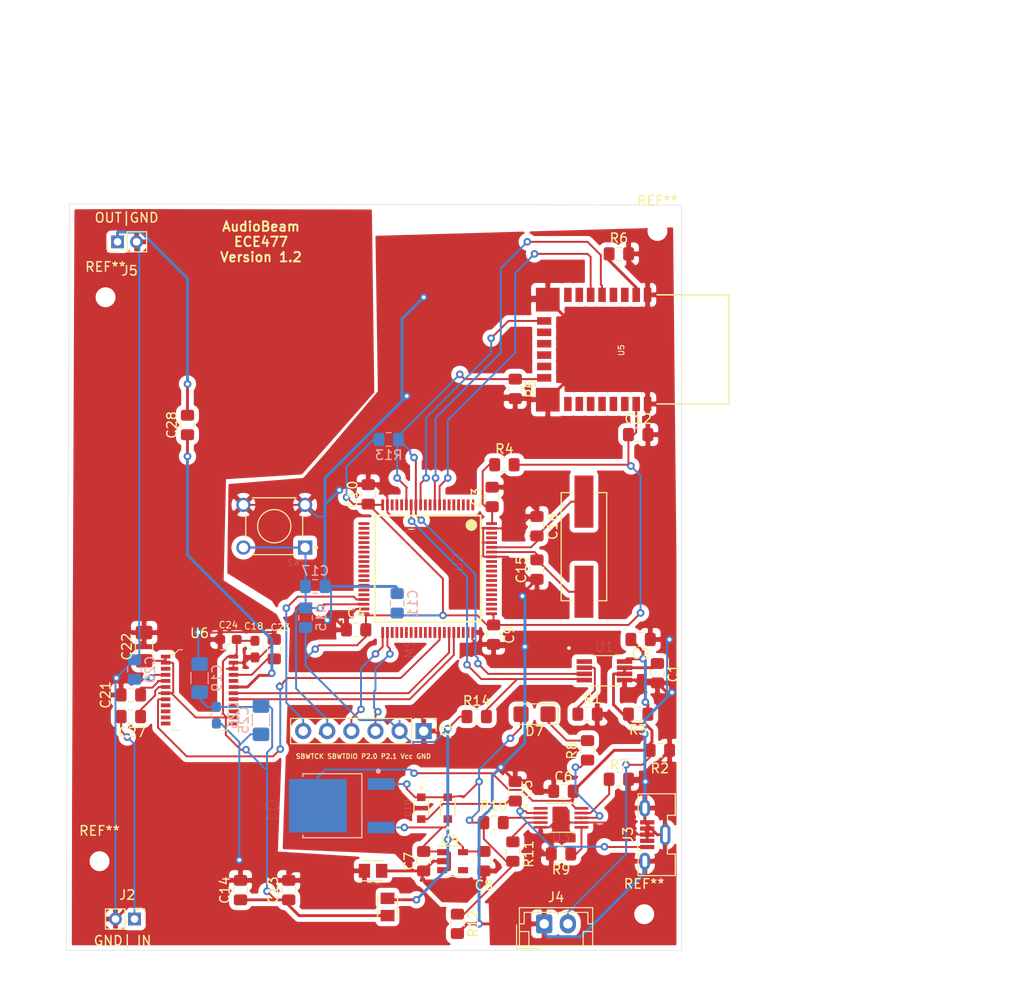
<source format=kicad_pcb>
(kicad_pcb (version 20171130) (host pcbnew "(5.1.5-0-10_14)")
  (layers (0 F.Cu signal) (31 B.Cu signal) (34 B.Paste user) (35 F.Paste user) (36 B.SilkS user) (37 F.SilkS user) (38 B.Mask user) (39 F.Mask user) (44 Edge.Cuts user))
  (net 0 "")
  (net 1 "Net-(C1-Pad1)")
  (net 2 "Net-(C3-Pad1)")
  (net 3 "Net-(R1-Pad1)")
  (net 4 "Net-(U2-Pad1)")
  (net 5 "Net-(U3-Pad1)")
  (net 6 GND)
  (net 7 "Net-(C2-Pad1)")
  (net 8 Digital-Vcc)
  (net 9 "Net-(C5-Pad1)")
  (net 10 "Net-(C7-Pad1)")
  (net 11 GNDA)
  (net 12 Analog-Vcc)
  (net 13 "Net-(D10-PadA)")
  (net 14 "Net-(D7-Pad1)")
  (net 15 /ble_reciever/ble_wake)
  (net 16 "Net-(R7-Pad1)")
  (net 17 "Net-(R8-Pad1)")
  (net 18 "Net-(R9-Pad1)")
  (net 19 "Net-(R10-Pad1)")
  (net 20 "Net-(R11-Pad1)")
  (net 21 /power_system/SCL_PMIC)
  (net 22 /power_system/SDA_PMIC)
  (net 23 "Net-(U1-Pad1)")
  (net 24 "Net-(U2-Pad78)")
  (net 25 "Net-(U2-Pad77)")
  (net 26 "Net-(U2-Pad72)")
  (net 27 "Net-(U2-Pad71)")
  (net 28 "Net-(U2-Pad70)")
  (net 29 "Net-(U2-Pad69)")
  (net 30 "Net-(U2-Pad68)")
  (net 31 "Net-(U2-Pad67)")
  (net 32 "Net-(U2-Pad66)")
  (net 33 "Net-(U2-Pad65)")
  (net 34 "Net-(U2-Pad64)")
  (net 35 "Net-(U2-Pad63)")
  (net 36 "Net-(U2-Pad62)")
  (net 37 "Net-(U2-Pad59)")
  (net 38 "Net-(U2-Pad57)")
  (net 39 "Net-(U2-Pad52)")
  (net 40 "Net-(U2-Pad51)")
  (net 41 "Net-(U2-Pad50)")
  (net 42 "Net-(U2-Pad49)")
  (net 43 "Net-(U2-Pad48)")
  (net 44 "Net-(U2-Pad47)")
  (net 45 "Net-(U2-Pad46)")
  (net 46 "Net-(U2-Pad45)")
  (net 47 "Net-(U2-Pad44)")
  (net 48 "Net-(U2-Pad43)")
  (net 49 "Net-(U2-Pad36)")
  (net 50 "Net-(U2-Pad35)")
  (net 51 "Net-(U2-Pad34)")
  (net 52 "Net-(U2-Pad33)")
  (net 53 "Net-(U2-Pad32)")
  (net 54 "Net-(U2-Pad31)")
  (net 55 "Net-(U2-Pad30)")
  (net 56 "Net-(U2-Pad29)")
  (net 57 "Net-(U2-Pad28)")
  (net 58 "Net-(U2-Pad27)")
  (net 59 "Net-(U2-Pad26)")
  (net 60 "Net-(U2-Pad25)")
  (net 61 "Net-(U2-Pad24)")
  (net 62 "Net-(U2-Pad23)")
  (net 63 "Net-(U2-Pad22)")
  (net 64 "Net-(U2-Pad21)")
  (net 65 "Net-(U2-Pad18)")
  (net 66 "Net-(U2-Pad17)")
  (net 67 "Net-(U2-Pad16)")
  (net 68 "Net-(U2-Pad11)")
  (net 69 "Net-(U2-Pad10)")
  (net 70 /ble_reciever/uart_tx_P6.1)
  (net 71 /ble_reciever/uart_rx_P6.0)
  (net 72 "Net-(U2-Pad7)")
  (net 73 "Net-(U2-Pad6)")
  (net 74 "Net-(U2-Pad5)")
  (net 75 "Net-(U2-Pad4)")
  (net 76 "Net-(U2-Pad3)")
  (net 77 "Net-(U2-Pad2)")
  (net 78 "Net-(U4-Pad4)")
  (net 79 "Net-(U5-Pad22)")
  (net 80 "Net-(U5-Pad21)")
  (net 81 "Net-(U5-Pad20)")
  (net 82 "Net-(U5-Pad19)")
  (net 83 "Net-(U5-Pad18)")
  (net 84 "Net-(U5-Pad17)")
  (net 85 "Net-(U5-Pad14)")
  (net 86 "Net-(U5-Pad13)")
  (net 87 "Net-(U5-Pad12)")
  (net 88 "Net-(U5-Pad11)")
  (net 89 /ble_reciever/ble_connect)
  (net 90 "Net-(U5-Pad8)")
  (net 91 "Net-(U5-Pad7)")
  (net 92 "Net-(U5-Pad4)")
  (net 93 "Net-(U5-Pad3)")
  (net 94 "Net-(R6-Pad1)")
  (net 95 "Net-(U2-Pad58)")
  (net 96 "Net-(C15-Pad2)")
  (net 97 "Net-(C16-Pad2)")
  (net 98 SBWTDIO)
  (net 99 SBWTCK)
  (net 100 "Net-(J1-Pad4)")
  (net 101 "Net-(J1-Pad3)")
  (net 102 "Net-(U6-Pad16)")
  (net 103 "Net-(U6-Pad20)")
  (net 104 "Net-(U6-Pad3)")
  (net 105 "Net-(C20-Pad1)")
  (net 106 "Net-(C21-Pad1)")
  (net 107 "Net-(C23-Pad1)")
  (net 108 MSELECT)
  (net 109 MCLK)
  (net 110 "Net-(U2-Pad54)")
  (net 111 MD)
  (net 112 /audio_system/DIN)
  (net 113 /audio_system/DOUT)
  (net 114 /audio_system/BCKIN)
  (net 115 /audio_system/LRCIN)
  (net 116 /audio_system/SYSCLK)
  (net 117 "Net-(C27-Pad2)")
  (net 118 "Net-(C27-Pad1)")
  (net 119 "Net-(C28-Pad2)")
  (net 120 "Net-(C28-Pad1)")
  (module MountingHole:MountingHole_2.1mm (layer F.Cu) (at 153.543 123.19)
    (fp_text reference REF** (at 0 -3.2) (layer F.SilkS))
    (fp_text value MountingHole_2.1mm)
    (pad "" np_thru_hole circle (at 0 0) (size 2.1 2.1) (drill 2.1) (layers *.Cu *.Mask))
  )
  (module MountingHole:MountingHole_2.1mm (layer F.Cu) (at 96.139 117.602)
    (fp_text reference REF** (at 0 -3.2) (layer F.SilkS))
    (fp_text value MountingHole_2.1mm)
    (pad "" np_thru_hole circle (at 0 0) (size 2.1 2.1) (drill 2.1) (layers *.Cu *.Mask))
  )
  (module MountingHole:MountingHole_2.1mm (layer F.Cu) (at 154.94 51.181)
    (fp_text reference REF** (at 0 -3.2) (layer F.SilkS))
    (fp_text value MountingHole_2.1mm)
    (pad "" np_thru_hole circle (at 0 0) (size 2.1 2.1) (drill 2.1) (layers *.Cu *.Mask))
  )
  (module MountingHole:MountingHole_2.1mm (layer F.Cu) (at 96.774 58.166)
    (fp_text reference REF** (at 0 -3.2) (layer F.SilkS))
    (fp_text value MountingHole_2.1mm)
    (pad "" np_thru_hole circle (at 0 0) (size 2.1 2.1) (drill 2.1) (layers *.Cu *.Mask))
  )
  (module Capacitor_SMD:C_0805_2012Metric_Pad1.15x1.40mm_HandSolder (layer F.Cu) (at 116.078 120.65 90)
    (fp_text reference C13 (at 0 -1.65 90) (layer F.SilkS))
    (fp_text value 0.1uF)
    (pad 2 smd roundrect (at 1.025 0 90) (size 1.15 1.4) (layers F.Cu F.Paste F.Mask) (roundrect_rratio 0.217391) (net 11 GNDA))
    (pad 1 smd roundrect (at -1.025 0 90) (size 1.15 1.4) (layers F.Cu F.Paste F.Mask) (roundrect_rratio 0.217391) (net 12 Analog-Vcc))
  )
  (module Capacitor_SMD:C_0805_2012Metric_Pad1.15x1.40mm_HandSolder (layer F.Cu) (at 136.652 117.602 270)
    (fp_text reference C8 (at 2.54 0 180) (layer F.SilkS))
    (fp_text value 4.7uF)
    (pad 2 smd roundrect (at 1.025 0 270) (size 1.15 1.4) (layers F.Cu F.Paste F.Mask) (roundrect_rratio 0.217391) (net 6 GND))
    (pad 1 smd roundrect (at -1.025 0 270) (size 1.15 1.4) (layers F.Cu F.Paste F.Mask) (roundrect_rratio 0.217391) (net 8 Digital-Vcc))
  )
  (module Capacitor_SMD:C_0805_2012Metric_Pad1.15x1.40mm_HandSolder (layer F.Cu) (at 105.41 71.628 90)
    (fp_text reference C28 (at 0 -1.65 90) (layer F.SilkS))
    (fp_text value 4.7uF)
    (pad 2 smd roundrect (at 1.025 0 90) (size 1.15 1.4) (layers F.Cu F.Paste F.Mask) (roundrect_rratio 0.217391) (net 119 "Net-(C28-Pad2)"))
    (pad 1 smd roundrect (at -1.025 0 90) (size 1.15 1.4) (layers F.Cu F.Paste F.Mask) (roundrect_rratio 0.217391) (net 120 "Net-(C28-Pad1)"))
  )
  (module Capacitor_SMD:C_0805_2012Metric_Pad1.15x1.40mm_HandSolder (layer F.Cu) (at 99.441 102.362 180)
    (fp_text reference C27 (at -0.127 -1.651) (layer F.SilkS))
    (fp_text value 1uF)
    (pad 2 smd roundrect (at 1.025 0 180) (size 1.15 1.4) (layers F.Cu F.Paste F.Mask) (roundrect_rratio 0.217391) (net 117 "Net-(C27-Pad2)"))
    (pad 1 smd roundrect (at -1.025 0 180) (size 1.15 1.4) (layers F.Cu F.Paste F.Mask) (roundrect_rratio 0.217391) (net 118 "Net-(C27-Pad1)"))
  )
  (module Connector_PinHeader_2.00mm:PinHeader_1x02_P2.00mm_Vertical (layer F.Cu) (at 98.044 52.324 90)
    (fp_text reference J5 (at -3.048 1.27 180) (layer F.SilkS))
    (fp_text value " ")
    (pad 2 thru_hole oval (at 0 2 90) (size 1.35 1.35) (drill 0.8) (layers *.Cu *.Mask) (net 11 GNDA))
    (pad 1 thru_hole rect (at 0 0 90) (size 1.35 1.35) (drill 0.8) (layers *.Cu *.Mask) (net 119 "Net-(C28-Pad2)"))
  )
  (module Connector_PinHeader_2.00mm:PinHeader_1x02_P2.00mm_Vertical (layer F.Cu) (at 99.822 123.698 270)
    (fp_text reference J2 (at -2.54 0.762 180) (layer F.SilkS))
    (fp_text value " ")
    (pad 2 thru_hole oval (at 0 2 270) (size 1.35 1.35) (drill 0.8) (layers *.Cu *.Mask) (net 11 GNDA))
    (pad 1 thru_hole rect (at 0 0 270) (size 1.35 1.35) (drill 0.8) (layers *.Cu *.Mask) (net 117 "Net-(C27-Pad2)"))
  )
  (module Capacitor_SMD:C_0603_1608Metric_Pad1.05x0.95mm_HandSolder (layer B.Cu) (at 108.458 102.221 270)
    (fp_text reference C26 (at 0 -1.778 90) (layer B.SilkS) (effects (justify mirror)))
    (fp_text value "0.1uF Ceramic")
    (pad 2 smd roundrect (at 0.875 0 270) (size 1.05 0.95) (layers B.Cu B.Paste B.Mask) (net 11 GNDA))
    (pad 1 smd roundrect (at -0.875 0 270) (size 1.05 0.95) (layers B.Cu B.Paste B.Mask) (net 12 Analog-Vcc))
  )
  (module Capacitor_SMD:C_1206_3216Metric_Pad1.42x1.75mm_HandSolder (layer B.Cu) (at 113.157 102.743 270)
    (fp_text reference C25 (at 0 1.82 270) (layer B.SilkS) (effects (justify mirror)))
    (fp_text value "10uF tantalum")
    (pad 2 smd roundrect (at 1.4875 0 270) (size 1.425 1.75) (layers B.Cu B.Paste B.Mask) (roundrect_rratio 0.175439) (net 11 GNDA))
    (pad 1 smd roundrect (at -1.4875 0 270) (size 1.425 1.75) (layers B.Cu B.Paste B.Mask) (roundrect_rratio 0.175439) (net 12 Analog-Vcc))
  )
  (module Capacitor_SMD:C_0603_1608Metric_Pad1.05x0.95mm_HandSolder (layer F.Cu) (at 109.728 94.234 180)
    (fp_text reference C24 (at 0 1.524) (layer F.SilkS) (effects (font (size 0.7 0.7) (thickness 0.1))))
    (fp_text value "0.1uF Ceramic")
    (pad 2 smd roundrect (at 0.875 0 180) (size 1.05 0.95) (layers F.Cu F.Paste F.Mask) (net 11 GNDA))
    (pad 1 smd roundrect (at -0.875 0 180) (size 1.05 0.95) (layers F.Cu F.Paste F.Mask) (net 12 Analog-Vcc))
  )
  (module Capacitor_SMD:C_0805_2012Metric_Pad1.15x1.40mm_HandSolder (layer F.Cu) (at 114.554 95.25 90)
    (fp_text reference C23 (at 2.286 0.635 180) (layer F.SilkS) (effects (font (size 0.7 0.7) (thickness 0.1))))
    (fp_text value 4.7uF)
    (pad 2 smd roundrect (at 1.025 0 90) (size 1.15 1.4) (layers F.Cu F.Paste F.Mask) (roundrect_rratio 0.217391) (net 11 GNDA))
    (pad 1 smd roundrect (at -1.025 0 90) (size 1.15 1.4) (layers F.Cu F.Paste F.Mask) (roundrect_rratio 0.217391) (net 107 "Net-(C23-Pad1)"))
  )
  (module Capacitor_SMD:C_1206_3216Metric_Pad1.42x1.75mm_HandSolder (layer F.Cu) (at 100.838 94.996 90)
    (fp_text reference C22 (at 0 -1.82 90) (layer F.SilkS))
    (fp_text value "10uF tantalum")
    (pad 2 smd roundrect (at 1.4875 0 90) (size 1.425 1.75) (layers F.Cu F.Paste F.Mask) (roundrect_rratio 0.175439) (net 11 GNDA))
    (pad 1 smd roundrect (at -1.4875 0 90) (size 1.425 1.75) (layers F.Cu F.Paste F.Mask) (roundrect_rratio 0.175439) (net 12 Analog-Vcc))
  )
  (module Capacitor_SMD:C_0805_2012Metric_Pad1.15x1.40mm_HandSolder (layer F.Cu) (at 99.441 100.076 180)
    (fp_text reference C21 (at 2.667 0 270) (layer F.SilkS))
    (fp_text value 4.7uF)
    (pad 2 smd roundrect (at 1.025 0 180) (size 1.15 1.4) (layers F.Cu F.Paste F.Mask) (roundrect_rratio 0.217391) (net 11 GNDA))
    (pad 1 smd roundrect (at -1.025 0 180) (size 1.15 1.4) (layers F.Cu F.Paste F.Mask) (roundrect_rratio 0.217391) (net 106 "Net-(C21-Pad1)"))
  )
  (module Capacitor_SMD:C_0805_2012Metric_Pad1.15x1.40mm_HandSolder (layer B.Cu) (at 99.822 97.409 90)
    (fp_text reference C20 (at 0 1.65 270) (layer B.SilkS) (effects (justify mirror)))
    (fp_text value 4.7uF)
    (pad 2 smd roundrect (at 1.025 0 90) (size 1.15 1.4) (layers B.Cu B.Paste B.Mask) (roundrect_rratio 0.217391) (net 11 GNDA))
    (pad 1 smd roundrect (at -1.025 0 90) (size 1.15 1.4) (layers B.Cu B.Paste B.Mask) (roundrect_rratio 0.217391) (net 105 "Net-(C20-Pad1)"))
  )
  (module Capacitor_SMD:C_1206_3216Metric_Pad1.42x1.75mm_HandSolder (layer B.Cu) (at 106.68 98.298 90)
    (fp_text reference C19 (at 0 1.82 -90) (layer B.SilkS) (effects (justify mirror)))
    (fp_text value "10uF tantalum")
    (pad 2 smd roundrect (at 1.4875 0 90) (size 1.425 1.75) (layers B.Cu B.Paste B.Mask) (roundrect_rratio 0.175439) (net 11 GNDA))
    (pad 1 smd roundrect (at -1.4875 0 90) (size 1.425 1.75) (layers B.Cu B.Paste B.Mask) (roundrect_rratio 0.175439) (net 12 Analog-Vcc))
  )
  (module Capacitor_SMD:C_0603_1608Metric_Pad1.05x0.95mm_HandSolder (layer F.Cu) (at 112.522 95.25 270)
    (fp_text reference C18 (at -2.413 0.127 180) (layer F.SilkS) (effects (font (size 0.7 0.7) (thickness 0.1))))
    (fp_text value "0.1uF Ceramic")
    (pad 2 smd roundrect (at 0.875 0 270) (size 1.05 0.95) (layers F.Cu F.Paste F.Mask) (net 11 GNDA))
    (pad 1 smd roundrect (at -0.875 0 270) (size 1.05 0.95) (layers F.Cu F.Paste F.Mask) (net 12 Analog-Vcc))
  )
  (module digikey-footprints:LSSOP-24_W5.6mm (layer F.Cu) (at 106.68 99.568)
    (fp_text reference U6 (at 0 -6) (layer F.SilkS))
    (fp_text value PCM3002)
    (pad 13 smd rect (at 3.575 3.525) (size 1 0.4) (layers F.Cu F.Paste F.Mask) (net 11 GNDA))
    (pad 14 smd rect (at 3.575 2.885) (size 1 0.4) (layers F.Cu F.Paste F.Mask) (net 12 Analog-Vcc))
    (pad 15 smd rect (at 3.575 2.245) (size 1 0.4) (layers F.Cu F.Paste F.Mask) (net 112 /audio_system/DIN))
    (pad 16 smd rect (at 3.575 1.605) (size 1 0.4) (layers F.Cu F.Paste F.Mask) (net 102 "Net-(U6-Pad16)"))
    (pad 17 smd rect (at 3.575 0.965) (size 1 0.4) (layers F.Cu F.Paste F.Mask) (net 108 MSELECT))
    (pad 18 smd rect (at 3.575 0.325) (size 1 0.4) (layers F.Cu F.Paste F.Mask) (net 109 MCLK))
    (pad 24 smd rect (at 3.575 -3.525) (size 1 0.4) (layers F.Cu F.Paste F.Mask) (net 12 Analog-Vcc))
    (pad 23 smd rect (at 3.575 -2.885) (size 1 0.4) (layers F.Cu F.Paste F.Mask) (net 11 GNDA))
    (pad 22 smd rect (at 3.575 -2.245) (size 1 0.4) (layers F.Cu F.Paste F.Mask) (net 11 GNDA))
    (pad 21 smd rect (at 3.575 -1.605) (size 1 0.4) (layers F.Cu F.Paste F.Mask) (net 107 "Net-(C23-Pad1)"))
    (pad 20 smd rect (at 3.575 -0.965) (size 1 0.4) (layers F.Cu F.Paste F.Mask) (net 103 "Net-(U6-Pad20)"))
    (pad 19 smd rect (at 3.575 -0.325) (size 1 0.4) (layers F.Cu F.Paste F.Mask) (net 120 "Net-(C28-Pad1)"))
    (pad 12 smd rect (at -3.575 3.525) (size 1 0.4) (layers F.Cu F.Paste F.Mask) (net 113 /audio_system/DOUT))
    (pad 11 smd rect (at -3.575 2.885) (size 1 0.4) (layers F.Cu F.Paste F.Mask) (net 114 /audio_system/BCKIN))
    (pad 10 smd rect (at -3.575 2.245) (size 1 0.4) (layers F.Cu F.Paste F.Mask) (net 115 /audio_system/LRCIN))
    (pad 9 smd rect (at -3.575 1.605) (size 1 0.4) (layers F.Cu F.Paste F.Mask) (net 116 /audio_system/SYSCLK))
    (pad 8 smd rect (at -3.575 0.965) (size 1 0.4) (layers F.Cu F.Paste F.Mask) (net 111 MD))
    (pad 1 smd rect (at -3.575 -3.525) (size 1 0.4) (layers F.Cu F.Paste F.Mask) (net 12 Analog-Vcc))
    (pad 2 smd rect (at -3.575 -2.885) (size 1 0.4) (layers F.Cu F.Paste F.Mask) (net 12 Analog-Vcc))
    (pad 3 smd rect (at -3.575 -2.245) (size 1 0.4) (layers F.Cu F.Paste F.Mask) (net 104 "Net-(U6-Pad3)"))
    (pad 4 smd rect (at -3.575 -1.605) (size 1 0.4) (layers F.Cu F.Paste F.Mask) (net 105 "Net-(C20-Pad1)"))
    (pad 5 smd rect (at -3.575 -0.965) (size 1 0.4) (layers F.Cu F.Paste F.Mask) (net 106 "Net-(C21-Pad1)"))
    (pad 7 smd rect (at -3.575 0.325) (size 1 0.4) (layers F.Cu F.Paste F.Mask) (net 12 Analog-Vcc))
    (pad 6 smd rect (at -3.575 -0.325) (size 1 0.4) (layers F.Cu F.Paste F.Mask) (net 118 "Net-(C27-Pad1)"))
  )
  (module Connector_PinHeader_2.54mm:PinHeader_1x06_P2.54mm_Vertical (layer F.Cu) (at 130.302 103.886 270)
    (fp_text reference J1 (at 0 -2.33 90) (layer F.SilkS))
    (fp_text value Conn_01x06_Male)
    (pad 6 thru_hole oval (at 0 12.7 270) (size 1.7 1.7) (drill 1) (layers *.Cu *.Mask) (net 99 SBWTCK))
    (pad 5 thru_hole oval (at 0 10.16 270) (size 1.7 1.7) (drill 1) (layers *.Cu *.Mask) (net 98 SBWTDIO))
    (pad 4 thru_hole oval (at 0 7.62 270) (size 1.7 1.7) (drill 1) (layers *.Cu *.Mask) (net 100 "Net-(J1-Pad4)"))
    (pad 3 thru_hole oval (at 0 5.08 270) (size 1.7 1.7) (drill 1) (layers *.Cu *.Mask) (net 101 "Net-(J1-Pad3)"))
    (pad 2 thru_hole oval (at 0 2.54 270) (size 1.7 1.7) (drill 1) (layers *.Cu *.Mask) (net 8 Digital-Vcc))
    (pad 1 thru_hole rect (at 0 0 270) (size 1.7 1.7) (drill 1) (layers *.Cu *.Mask) (net 6 GND))
  )
  (module 1825910-6:SW_1825910-6-4 (layer F.Cu) (at 114.554 82.296 180)
    (fp_text reference SW1 (at -2.3627 -3.844398) (layer F.SilkS) (effects (font (size 0.630643 0.630643) (thickness 0.015))))
    (fp_text value 1825910-6)
    (pad 2 thru_hole circle (at 3.25 -2.25 180) (size 1.498 1.498) (drill 0.99) (layers *.Cu *.Mask) (net 98 SBWTDIO))
    (pad 4 thru_hole circle (at 3.25 2.25 180) (size 1.498 1.498) (drill 0.99) (layers *.Cu *.Mask) (net 6 GND))
    (pad 1 thru_hole rect (at -3.25 -2.25 180) (size 1.498 1.498) (drill 0.99) (layers *.Cu *.Mask) (net 98 SBWTDIO))
    (pad 3 thru_hole circle (at -3.25 2.25 180) (size 1.498 1.498) (drill 0.99) (layers *.Cu *.Mask) (net 6 GND))
  )
  (module Resistor_SMD:R_0805_2012Metric_Pad1.15x1.40mm_HandSolder (layer B.Cu) (at 117.856 91.948 90)
    (fp_text reference R15 (at 0 1.65 90) (layer B.SilkS) (effects (justify mirror)))
    (fp_text value 47k)
    (pad 2 smd roundrect (at 1.025 0 90) (size 1.15 1.4) (layers B.Cu B.Paste B.Mask) (roundrect_rratio 0.217391) (net 98 SBWTDIO))
    (pad 1 smd roundrect (at -1.025 0 90) (size 1.15 1.4) (layers B.Cu B.Paste B.Mask) (roundrect_rratio 0.217391) (net 8 Digital-Vcc))
  )
  (module Capacitor_SMD:C_0805_2012Metric_Pad1.15x1.40mm_HandSolder (layer B.Cu) (at 118.872 88.646 180)
    (fp_text reference C17 (at 0 1.65) (layer B.SilkS) (effects (justify mirror)))
    (fp_text value 1n)
    (pad 2 smd roundrect (at 1.025 0 180) (size 1.15 1.4) (layers B.Cu B.Paste B.Mask) (roundrect_rratio 0.217391) (net 98 SBWTDIO))
    (pad 1 smd roundrect (at -1.025 0 180) (size 1.15 1.4) (layers B.Cu B.Paste B.Mask) (roundrect_rratio 0.217391) (net 6 GND))
  )
  (module ECS-160-18-5PX-TR:XTAL_ECS-160-18-5PX-TR (layer F.Cu) (at 147.193 84.455 90)
    (fp_text reference Y1 (at -3.029915 -3.551635 90) (layer F.SilkS) (effects (font (size 0.789992 0.789992) (thickness 0.015))))
    (fp_text value ECS-160-18-5PX-TR)
    (pad 2 smd rect (at 4.75 0 90) (size 5.5 2) (layers F.Cu F.Paste F.Mask) (net 97 "Net-(C16-Pad2)"))
    (pad 1 smd rect (at -4.75 0 90) (size 5.5 2) (layers F.Cu F.Paste F.Mask) (net 96 "Net-(C15-Pad2)"))
  )
  (module Capacitor_SMD:C_0805_2012Metric_Pad1.15x1.40mm_HandSolder (layer F.Cu) (at 142.24 82.296 270)
    (fp_text reference C16 (at 0 -1.65 90) (layer F.SilkS))
    (fp_text value 34pF)
    (pad 2 smd roundrect (at 1.025 0 270) (size 1.15 1.4) (layers F.Cu F.Paste F.Mask) (roundrect_rratio 0.217391) (net 97 "Net-(C16-Pad2)"))
    (pad 1 smd roundrect (at -1.025 0 270) (size 1.15 1.4) (layers F.Cu F.Paste F.Mask) (roundrect_rratio 0.217391) (net 6 GND))
  )
  (module Capacitor_SMD:C_0805_2012Metric_Pad1.15x1.40mm_HandSolder (layer F.Cu) (at 142.24 86.868 90)
    (fp_text reference C15 (at 0 -1.65 90) (layer F.SilkS))
    (fp_text value 34pF)
    (pad 2 smd roundrect (at 1.025 0 90) (size 1.15 1.4) (layers F.Cu F.Paste F.Mask) (roundrect_rratio 0.217391) (net 96 "Net-(C15-Pad2)"))
    (pad 1 smd roundrect (at -1.025 0 90) (size 1.15 1.4) (layers F.Cu F.Paste F.Mask) (roundrect_rratio 0.217391) (net 6 GND))
  )
  (module Capacitor_SMD:C_0805_2012Metric_Pad1.15x1.40mm_HandSolder (layer B.Cu) (at 127.508 90.424 90)
    (fp_text reference C11 (at 0 1.65 270) (layer B.SilkS) (effects (justify mirror)))
    (fp_text value 10u)
    (pad 2 smd roundrect (at 1.025 0 90) (size 1.15 1.4) (layers B.Cu B.Paste B.Mask) (roundrect_rratio 0.217391) (net 6 GND))
    (pad 1 smd roundrect (at -1.025 0 90) (size 1.15 1.4) (layers B.Cu B.Paste B.Mask) (roundrect_rratio 0.217391) (net 8 Digital-Vcc))
  )
  (module Resistor_SMD:R_0805_2012Metric_Pad1.15x1.40mm_HandSolder (layer F.Cu) (at 135.89 102.362)
    (fp_text reference R14 (at 0 -1.65) (layer F.SilkS))
    (fp_text value 10k)
    (pad 2 smd roundrect (at 1.025 0) (size 1.15 1.4) (layers F.Cu F.Paste F.Mask) (roundrect_rratio 0.217391) (net 21 /power_system/SCL_PMIC))
    (pad 1 smd roundrect (at -1.025 0) (size 1.15 1.4) (layers F.Cu F.Paste F.Mask) (roundrect_rratio 0.217391) (net 8 Digital-Vcc))
  )
  (module Resistor_SMD:R_0805_2012Metric_Pad1.15x1.40mm_HandSolder (layer B.Cu) (at 126.619 73.152)
    (fp_text reference R13 (at 0 1.65) (layer B.SilkS) (effects (justify mirror)))
    (fp_text value 10k)
    (pad 2 smd roundrect (at 1.025 0) (size 1.15 1.4) (layers B.Cu B.Paste B.Mask) (roundrect_rratio 0.217391) (net 22 /power_system/SDA_PMIC))
    (pad 1 smd roundrect (at -1.025 0) (size 1.15 1.4) (layers B.Cu B.Paste B.Mask) (roundrect_rratio 0.217391) (net 8 Digital-Vcc))
  )
  (module Capacitor_SMD:C_0805_2012Metric_Pad1.15x1.40mm_HandSolder (layer F.Cu) (at 154.94 97.79 270)
    (fp_text reference C1 (at 0 -1.65 90) (layer F.SilkS))
    (fp_text value 1uF)
    (pad 2 smd roundrect (at 1.025 0 270) (size 1.15 1.4) (layers F.Cu F.Paste F.Mask) (roundrect_rratio 0.217391) (net 6 GND))
    (pad 1 smd roundrect (at -1.025 0 270) (size 1.15 1.4) (layers F.Cu F.Paste F.Mask) (roundrect_rratio 0.217391) (net 1 "Net-(C1-Pad1)"))
  )
  (module Resistor_SMD:R_0805_2012Metric_Pad1.15x1.40mm_HandSolder (layer F.Cu) (at 150.876 53.594)
    (fp_text reference R6 (at 0 -1.65) (layer F.SilkS))
    (fp_text value 10000)
    (pad 2 smd roundrect (at 1.025 0) (size 1.15 1.4) (layers F.Cu F.Paste F.Mask) (roundrect_rratio 0.217391) (net 6 GND))
    (pad 1 smd roundrect (at -1.025 0) (size 1.15 1.4) (layers F.Cu F.Paste F.Mask) (roundrect_rratio 0.217391) (net 94 "Net-(R6-Pad1)"))
  )
  (module RN4020:RN4020 (layer F.Cu) (at 143.002 57.912 270)
    (fp_text reference U5 (at 5.842 -8.128 90) (layer F.SilkS) (effects (font (size 0.6 0.6) (thickness 0.1))))
    (fp_text value RN4020)
    (pad 16 smd rect (at 11.049 -0.381 270) (size 2.5 2.5) (layers F.Cu F.Paste F.Mask) (net 6 GND))
    (pad 9 smd rect (at 0.508 -0.381 270) (size 2.5 2.5) (layers F.Cu F.Paste F.Mask) (net 6 GND))
    (pad 24 smd rect (at 11.5 -10.9 270) (size 1.5 0.8) (layers F.Cu F.Paste F.Mask) (net 6 GND))
    (pad 23 smd rect (at 11.5 -9.7 270) (size 1.5 0.8) (layers F.Cu F.Paste F.Mask) (net 8 Digital-Vcc))
    (pad 22 smd rect (at 11.5 -8.5 270) (size 1.5 0.8) (layers F.Cu F.Paste F.Mask) (net 79 "Net-(U5-Pad22)"))
    (pad 21 smd rect (at 11.5 -7.3 270) (size 1.5 0.8) (layers F.Cu F.Paste F.Mask) (net 80 "Net-(U5-Pad21)"))
    (pad 20 smd rect (at 11.5 -6.1 270) (size 1.5 0.8) (layers F.Cu F.Paste F.Mask) (net 81 "Net-(U5-Pad20)"))
    (pad 19 smd rect (at 11.5 -4.9 270) (size 1.5 0.8) (layers F.Cu F.Paste F.Mask) (net 82 "Net-(U5-Pad19)"))
    (pad 18 smd rect (at 11.5 -3.7 270) (size 1.5 0.8) (layers F.Cu F.Paste F.Mask) (net 83 "Net-(U5-Pad18)"))
    (pad 17 smd rect (at 11.5 -2.5 270) (size 1.5 0.8) (layers F.Cu F.Paste F.Mask) (net 84 "Net-(U5-Pad17)"))
    (pad 15 smd rect (at 8.75 0 270) (size 0.8 1.5) (layers F.Cu F.Paste F.Mask) (net 15 /ble_reciever/ble_wake))
    (pad 14 smd rect (at 7.55 0 270) (size 0.8 1.5) (layers F.Cu F.Paste F.Mask) (net 85 "Net-(U5-Pad14)"))
    (pad 13 smd rect (at 6.35 0 270) (size 0.8 1.5) (layers F.Cu F.Paste F.Mask) (net 86 "Net-(U5-Pad13)"))
    (pad 12 smd rect (at 5.15 0 270) (size 0.8 1.5) (layers F.Cu F.Paste F.Mask) (net 87 "Net-(U5-Pad12)"))
    (pad 11 smd rect (at 3.95 0 270) (size 0.8 1.5) (layers F.Cu F.Paste F.Mask) (net 88 "Net-(U5-Pad11)"))
    (pad 10 smd rect (at 2.75 0 270) (size 0.8 1.5) (layers F.Cu F.Paste F.Mask) (net 89 /ble_reciever/ble_connect))
    (pad 8 smd rect (at 0 -2.5 270) (size 1.5 0.8) (layers F.Cu F.Paste F.Mask) (net 90 "Net-(U5-Pad8)"))
    (pad 7 smd rect (at 0 -3.7 270) (size 1.5 0.8) (layers F.Cu F.Paste F.Mask) (net 91 "Net-(U5-Pad7)"))
    (pad 6 smd rect (at 0 -4.9 270) (size 1.5 0.8) (layers F.Cu F.Paste F.Mask) (net 71 /ble_reciever/uart_rx_P6.0))
    (pad 5 smd rect (at 0 -6.1 270) (size 1.5 0.8) (layers F.Cu F.Paste F.Mask) (net 70 /ble_reciever/uart_tx_P6.1))
    (pad 4 smd rect (at 0 -7.3 270) (size 1.5 0.8) (layers F.Cu F.Paste F.Mask) (net 92 "Net-(U5-Pad4)"))
    (pad 3 smd rect (at 0 -8.5 270) (size 1.5 0.8) (layers F.Cu F.Paste F.Mask) (net 93 "Net-(U5-Pad3)"))
    (pad 2 smd rect (at 0 -9.7 270) (size 1.5 0.8) (layers F.Cu F.Paste F.Mask) (net 94 "Net-(R6-Pad1)"))
    (pad 1 smd rect (at 0 -10.9 270) (size 1.5 0.8) (layers F.Cu F.Paste F.Mask) (net 6 GND))
  )
  (module Package_TO_SOT_SMD:SOT-23-5 (layer F.Cu) (at 133.35 117.602)
    (fp_text reference U4 (at -0.254 -2.286) (layer F.SilkS))
    (fp_text value AP2127K-3.3)
    (pad 5 smd rect (at 1.1 -0.95) (size 1.06 0.65) (layers F.Cu F.Paste F.Mask) (net 8 Digital-Vcc))
    (pad 4 smd rect (at 1.1 0.95) (size 1.06 0.65) (layers F.Cu F.Paste F.Mask) (net 78 "Net-(U4-Pad4)"))
    (pad 3 smd rect (at -1.1 0.95) (size 1.06 0.65) (layers F.Cu F.Paste F.Mask) (net 10 "Net-(C7-Pad1)"))
    (pad 2 smd rect (at -1.1 0) (size 1.06 0.65) (layers F.Cu F.Paste F.Mask) (net 6 GND))
    (pad 1 smd rect (at -1.1 -0.95) (size 1.06 0.65) (layers F.Cu F.Paste F.Mask) (net 10 "Net-(C7-Pad1)"))
  )
  (module MCP73837-FCI_UN-2:SOP50P490X110-10N (layer F.Cu) (at 144.78 113.03)
    (fp_text reference U3 (at 0 2.032) (layer F.SilkS) (effects (font (thickness 0.015))))
    (fp_text value MCP73837-FCI_UN)
    (pad 10 smd rect (at 2.15 -1) (size 1.47 0.28) (layers F.Cu F.Paste F.Mask) (net 1 "Net-(C1-Pad1)"))
    (pad 9 smd rect (at 2.15 -0.5) (size 1.47 0.28) (layers F.Cu F.Paste F.Mask) (net 16 "Net-(R7-Pad1)"))
    (pad 8 smd rect (at 2.15 0) (size 1.47 0.28) (layers F.Cu F.Paste F.Mask) (net 17 "Net-(R8-Pad1)"))
    (pad 7 smd rect (at 2.15 0.5) (size 1.47 0.28) (layers F.Cu F.Paste F.Mask) (net 6 GND))
    (pad 6 smd rect (at 2.15 1) (size 1.47 0.28) (layers F.Cu F.Paste F.Mask) (net 18 "Net-(R9-Pad1)"))
    (pad 5 smd rect (at -2.15 1) (size 1.47 0.28) (layers F.Cu F.Paste F.Mask) (net 6 GND))
    (pad 4 smd rect (at -2.15 0.5) (size 1.47 0.28) (layers F.Cu F.Paste F.Mask) (net 20 "Net-(R11-Pad1)"))
    (pad 3 smd rect (at -2.15 0) (size 1.47 0.28) (layers F.Cu F.Paste F.Mask) (net 19 "Net-(R10-Pad1)"))
    (pad 2 smd rect (at -2.15 -0.5) (size 1.47 0.28) (layers F.Cu F.Paste F.Mask) (net 9 "Net-(C5-Pad1)"))
    (pad 1 smd rect (at -2.15 -1) (size 1.47 0.28) (layers F.Cu F.Paste F.Mask) (net 5 "Net-(U3-Pad1)"))
  )
  (module MSP430FR5994IPNR:PN0080A_N (layer F.Cu) (at 130.729952 86.770867 270)
    (fp_text reference U2 (at -0.63662 -3.18306 90) (layer F.SilkS) (effects (font (size 1.002535 1.002535) (thickness 0.015))))
    (fp_text value MSP430FR5994IPNR (at 1.90607 1.90609 90) (layer F.SilkS) (effects (font (size 1.000567 1.000567) (thickness 0.015))))
    (pad 80 smd rect (at -4.75 -6.725 270) (size 0.3 1.15) (layers F.Cu F.Paste F.Mask) (net 2 "Net-(C3-Pad1)"))
    (pad 79 smd rect (at -4.25 -6.725 270) (size 0.3 1.15) (layers F.Cu F.Paste F.Mask) (net 6 GND))
    (pad 78 smd rect (at -3.75 -6.725 270) (size 0.3 1.15) (layers F.Cu F.Paste F.Mask) (net 24 "Net-(U2-Pad78)"))
    (pad 77 smd rect (at -3.25 -6.725 270) (size 0.3 1.15) (layers F.Cu F.Paste F.Mask) (net 25 "Net-(U2-Pad77)"))
    (pad 76 smd rect (at -2.75 -6.725 270) (size 0.3 1.15) (layers F.Cu F.Paste F.Mask) (net 6 GND))
    (pad 75 smd rect (at -2.25 -6.725 270) (size 0.3 1.15) (layers F.Cu F.Paste F.Mask) (net 97 "Net-(C16-Pad2)"))
    (pad 74 smd rect (at -1.75 -6.725 270) (size 0.3 1.15) (layers F.Cu F.Paste F.Mask) (net 96 "Net-(C15-Pad2)"))
    (pad 73 smd rect (at -1.25 -6.725 270) (size 0.3 1.15) (layers F.Cu F.Paste F.Mask) (net 6 GND))
    (pad 72 smd rect (at -0.75 -6.725 270) (size 0.3 1.15) (layers F.Cu F.Paste F.Mask) (net 26 "Net-(U2-Pad72)"))
    (pad 71 smd rect (at -0.25 -6.725 270) (size 0.3 1.15) (layers F.Cu F.Paste F.Mask) (net 27 "Net-(U2-Pad71)"))
    (pad 70 smd rect (at 0.25 -6.725 270) (size 0.3 1.15) (layers F.Cu F.Paste F.Mask) (net 28 "Net-(U2-Pad70)"))
    (pad 69 smd rect (at 0.75 -6.725 270) (size 0.3 1.15) (layers F.Cu F.Paste F.Mask) (net 29 "Net-(U2-Pad69)"))
    (pad 68 smd rect (at 1.25 -6.725 270) (size 0.3 1.15) (layers F.Cu F.Paste F.Mask) (net 30 "Net-(U2-Pad68)"))
    (pad 67 smd rect (at 1.75 -6.725 270) (size 0.3 1.15) (layers F.Cu F.Paste F.Mask) (net 31 "Net-(U2-Pad67)"))
    (pad 66 smd rect (at 2.25 -6.725 270) (size 0.3 1.15) (layers F.Cu F.Paste F.Mask) (net 32 "Net-(U2-Pad66)"))
    (pad 65 smd rect (at 2.75 -6.725 270) (size 0.3 1.15) (layers F.Cu F.Paste F.Mask) (net 33 "Net-(U2-Pad65)"))
    (pad 64 smd rect (at 3.25 -6.725 270) (size 0.3 1.15) (layers F.Cu F.Paste F.Mask) (net 34 "Net-(U2-Pad64)"))
    (pad 63 smd rect (at 3.75 -6.725 270) (size 0.3 1.15) (layers F.Cu F.Paste F.Mask) (net 35 "Net-(U2-Pad63)"))
    (pad 62 smd rect (at 4.25 -6.725 270) (size 0.3 1.15) (layers F.Cu F.Paste F.Mask) (net 36 "Net-(U2-Pad62)"))
    (pad 61 smd rect (at 4.75 -6.725 270) (size 0.3 1.15) (layers F.Cu F.Paste F.Mask) (net 8 Digital-Vcc))
    (pad 60 smd rect (at 6.725 -4.75 270) (size 1.15 0.3) (layers F.Cu F.Paste F.Mask) (net 6 GND))
    (pad 59 smd rect (at 6.725 -4.25 270) (size 1.15 0.3) (layers F.Cu F.Paste F.Mask) (net 37 "Net-(U2-Pad59)"))
    (pad 58 smd rect (at 6.725 -3.75 270) (size 1.15 0.3) (layers F.Cu F.Paste F.Mask) (net 95 "Net-(U2-Pad58)"))
    (pad 57 smd rect (at 6.725 -3.25 270) (size 1.15 0.3) (layers F.Cu F.Paste F.Mask) (net 38 "Net-(U2-Pad57)"))
    (pad 56 smd rect (at 6.725 -2.75 270) (size 1.15 0.3) (layers F.Cu F.Paste F.Mask) (net 108 MSELECT))
    (pad 55 smd rect (at 6.725 -2.25 270) (size 1.15 0.3) (layers F.Cu F.Paste F.Mask) (net 109 MCLK))
    (pad 54 smd rect (at 6.725 -1.75 270) (size 1.15 0.3) (layers F.Cu F.Paste F.Mask) (net 110 "Net-(U2-Pad54)"))
    (pad 53 smd rect (at 6.725 -1.25 270) (size 1.15 0.3) (layers F.Cu F.Paste F.Mask) (net 111 MD))
    (pad 52 smd rect (at 6.725 -0.75 270) (size 1.15 0.3) (layers F.Cu F.Paste F.Mask) (net 39 "Net-(U2-Pad52)"))
    (pad 51 smd rect (at 6.725 -0.25 270) (size 1.15 0.3) (layers F.Cu F.Paste F.Mask) (net 40 "Net-(U2-Pad51)"))
    (pad 50 smd rect (at 6.725 0.25 270) (size 1.15 0.3) (layers F.Cu F.Paste F.Mask) (net 41 "Net-(U2-Pad50)"))
    (pad 49 smd rect (at 6.725 0.75 270) (size 1.15 0.3) (layers F.Cu F.Paste F.Mask) (net 42 "Net-(U2-Pad49)"))
    (pad 48 smd rect (at 6.725 1.25 270) (size 1.15 0.3) (layers F.Cu F.Paste F.Mask) (net 43 "Net-(U2-Pad48)"))
    (pad 47 smd rect (at 6.725 1.75 270) (size 1.15 0.3) (layers F.Cu F.Paste F.Mask) (net 44 "Net-(U2-Pad47)"))
    (pad 46 smd rect (at 6.725 2.25 270) (size 1.15 0.3) (layers F.Cu F.Paste F.Mask) (net 45 "Net-(U2-Pad46)"))
    (pad 45 smd rect (at 6.725 2.75 270) (size 1.15 0.3) (layers F.Cu F.Paste F.Mask) (net 46 "Net-(U2-Pad45)"))
    (pad 44 smd rect (at 6.725 3.25 270) (size 1.15 0.3) (layers F.Cu F.Paste F.Mask) (net 47 "Net-(U2-Pad44)"))
    (pad 43 smd rect (at 6.725 3.75 270) (size 1.15 0.3) (layers F.Cu F.Paste F.Mask) (net 48 "Net-(U2-Pad43)"))
    (pad 42 smd rect (at 6.725 4.25 270) (size 1.15 0.3) (layers F.Cu F.Paste F.Mask) (net 101 "Net-(J1-Pad3)"))
    (pad 41 smd rect (at 6.725 4.75 270) (size 1.15 0.3) (layers F.Cu F.Paste F.Mask) (net 100 "Net-(J1-Pad4)"))
    (pad 40 smd rect (at 4.75 6.725 270) (size 0.3 1.15) (layers F.Cu F.Paste F.Mask) (net 8 Digital-Vcc))
    (pad 39 smd rect (at 4.25 6.725 270) (size 0.3 1.15) (layers F.Cu F.Paste F.Mask) (net 6 GND))
    (pad 38 smd rect (at 3.75 6.725 270) (size 0.3 1.15) (layers F.Cu F.Paste F.Mask) (net 98 SBWTDIO))
    (pad 37 smd rect (at 3.25 6.725 270) (size 0.3 1.15) (layers F.Cu F.Paste F.Mask) (net 99 SBWTCK))
    (pad 36 smd rect (at 2.75 6.725 270) (size 0.3 1.15) (layers F.Cu F.Paste F.Mask) (net 49 "Net-(U2-Pad36)"))
    (pad 35 smd rect (at 2.25 6.725 270) (size 0.3 1.15) (layers F.Cu F.Paste F.Mask) (net 50 "Net-(U2-Pad35)"))
    (pad 34 smd rect (at 1.75 6.725 270) (size 0.3 1.15) (layers F.Cu F.Paste F.Mask) (net 51 "Net-(U2-Pad34)"))
    (pad 33 smd rect (at 1.25 6.725 270) (size 0.3 1.15) (layers F.Cu F.Paste F.Mask) (net 52 "Net-(U2-Pad33)"))
    (pad 32 smd rect (at 0.75 6.725 270) (size 0.3 1.15) (layers F.Cu F.Paste F.Mask) (net 53 "Net-(U2-Pad32)"))
    (pad 31 smd rect (at 0.25 6.725 270) (size 0.3 1.15) (layers F.Cu F.Paste F.Mask) (net 54 "Net-(U2-Pad31)"))
    (pad 30 smd rect (at -0.25 6.725 270) (size 0.3 1.15) (layers F.Cu F.Paste F.Mask) (net 55 "Net-(U2-Pad30)"))
    (pad 29 smd rect (at -0.75 6.725 270) (size 0.3 1.15) (layers F.Cu F.Paste F.Mask) (net 56 "Net-(U2-Pad29)"))
    (pad 28 smd rect (at -1.25 6.725 270) (size 0.3 1.15) (layers F.Cu F.Paste F.Mask) (net 57 "Net-(U2-Pad28)"))
    (pad 27 smd rect (at -1.75 6.725 270) (size 0.3 1.15) (layers F.Cu F.Paste F.Mask) (net 58 "Net-(U2-Pad27)"))
    (pad 26 smd rect (at -2.25 6.725 270) (size 0.3 1.15) (layers F.Cu F.Paste F.Mask) (net 59 "Net-(U2-Pad26)"))
    (pad 25 smd rect (at -2.75 6.725 270) (size 0.3 1.15) (layers F.Cu F.Paste F.Mask) (net 60 "Net-(U2-Pad25)"))
    (pad 24 smd rect (at -3.25 6.725 270) (size 0.3 1.15) (layers F.Cu F.Paste F.Mask) (net 61 "Net-(U2-Pad24)"))
    (pad 23 smd rect (at -3.75 6.725 270) (size 0.3 1.15) (layers F.Cu F.Paste F.Mask) (net 62 "Net-(U2-Pad23)"))
    (pad 22 smd rect (at -4.25 6.725 270) (size 0.3 1.15) (layers F.Cu F.Paste F.Mask) (net 63 "Net-(U2-Pad22)"))
    (pad 21 smd rect (at -4.75 6.725 270) (size 0.3 1.15) (layers F.Cu F.Paste F.Mask) (net 64 "Net-(U2-Pad21)"))
    (pad 20 smd rect (at -6.725 4.75 270) (size 1.15 0.3) (layers F.Cu F.Paste F.Mask) (net 8 Digital-Vcc))
    (pad 19 smd rect (at -6.725 4.25 270) (size 1.15 0.3) (layers F.Cu F.Paste F.Mask) (net 6 GND))
    (pad 18 smd rect (at -6.725 3.75 270) (size 1.15 0.3) (layers F.Cu F.Paste F.Mask) (net 65 "Net-(U2-Pad18)"))
    (pad 17 smd rect (at -6.725 3.25 270) (size 1.15 0.3) (layers F.Cu F.Paste F.Mask) (net 66 "Net-(U2-Pad17)"))
    (pad 16 smd rect (at -6.725 2.75 270) (size 1.15 0.3) (layers F.Cu F.Paste F.Mask) (net 67 "Net-(U2-Pad16)"))
    (pad 15 smd rect (at -6.725 2.25 270) (size 1.15 0.3) (layers F.Cu F.Paste F.Mask) (net 15 /ble_reciever/ble_wake))
    (pad 14 smd rect (at -6.725 1.75 270) (size 1.15 0.3) (layers F.Cu F.Paste F.Mask) (net 21 /power_system/SCL_PMIC))
    (pad 13 smd rect (at -6.725 1.25 270) (size 1.15 0.3) (layers F.Cu F.Paste F.Mask) (net 22 /power_system/SDA_PMIC))
    (pad 12 smd rect (at -6.725 0.75 270) (size 1.15 0.3) (layers F.Cu F.Paste F.Mask) (net 89 /ble_reciever/ble_connect))
    (pad 11 smd rect (at -6.725 0.25 270) (size 1.15 0.3) (layers F.Cu F.Paste F.Mask) (net 68 "Net-(U2-Pad11)"))
    (pad 10 smd rect (at -6.725 -0.25 270) (size 1.15 0.3) (layers F.Cu F.Paste F.Mask) (net 69 "Net-(U2-Pad10)"))
    (pad 9 smd rect (at -6.725 -0.75 270) (size 1.15 0.3) (layers F.Cu F.Paste F.Mask) (net 70 /ble_reciever/uart_tx_P6.1))
    (pad 8 smd rect (at -6.725 -1.25 270) (size 1.15 0.3) (layers F.Cu F.Paste F.Mask) (net 71 /ble_reciever/uart_rx_P6.0))
    (pad 7 smd rect (at -6.725 -1.75 270) (size 1.15 0.3) (layers F.Cu F.Paste F.Mask) (net 72 "Net-(U2-Pad7)"))
    (pad 6 smd rect (at -6.725 -2.25 270) (size 1.15 0.3) (layers F.Cu F.Paste F.Mask) (net 73 "Net-(U2-Pad6)"))
    (pad 5 smd rect (at -6.725 -2.75 270) (size 1.15 0.3) (layers F.Cu F.Paste F.Mask) (net 74 "Net-(U2-Pad5)"))
    (pad 4 smd rect (at -6.725 -3.25 270) (size 1.15 0.3) (layers F.Cu F.Paste F.Mask) (net 75 "Net-(U2-Pad4)"))
    (pad 3 smd rect (at -6.725 -3.75 270) (size 1.15 0.3) (layers F.Cu F.Paste F.Mask) (net 76 "Net-(U2-Pad3)"))
    (pad 2 smd rect (at -6.725 -4.25 270) (size 1.15 0.3) (layers F.Cu F.Paste F.Mask) (net 77 "Net-(U2-Pad2)"))
    (pad 1 smd rect (at -6.725 -4.75 270) (size 1.15 0.3) (layers F.Cu F.Paste F.Mask) (net 4 "Net-(U2-Pad1)"))
  )
  (module STC3100IST:SOIC65P490X110-8N (layer F.Cu) (at 149.352 97.536)
    (fp_text reference U1 (at 0.005 -2.54) (layer F.SilkS) (effects (font (thickness 0.015))))
    (fp_text value STC3100IST)
    (pad 8 smd rect (at 2.12 -0.975) (size 1.62 0.49) (layers F.Cu F.Paste F.Mask) (net 7 "Net-(C2-Pad1)"))
    (pad 7 smd rect (at 2.12 -0.325) (size 1.62 0.49) (layers F.Cu F.Paste F.Mask) (net 1 "Net-(C1-Pad1)"))
    (pad 6 smd rect (at 2.12 0.325) (size 1.62 0.49) (layers F.Cu F.Paste F.Mask) (net 1 "Net-(C1-Pad1)"))
    (pad 5 smd rect (at 2.12 0.975) (size 1.62 0.49) (layers F.Cu F.Paste F.Mask) (net 6 GND))
    (pad 4 smd rect (at -2.12 0.975) (size 1.62 0.49) (layers F.Cu F.Paste F.Mask) (net 21 /power_system/SCL_PMIC))
    (pad 3 smd rect (at -2.12 0.325) (size 1.62 0.49) (layers F.Cu F.Paste F.Mask) (net 22 /power_system/SDA_PMIC))
    (pad 2 smd rect (at -2.12 -0.325) (size 1.62 0.49) (layers F.Cu F.Paste F.Mask) (net 3 "Net-(R1-Pad1)"))
    (pad 1 smd rect (at -2.12 -0.975) (size 1.62 0.49) (layers F.Cu F.Paste F.Mask) (net 23 "Net-(U1-Pad1)"))
  )
  (module Resistor_SMD:R_0805_2012Metric_Pad1.15x1.40mm_HandSolder (layer F.Cu) (at 133.858 124.206 270)
    (fp_text reference R12 (at 0 -1.65 90) (layer F.SilkS))
    (fp_text value 100k)
    (pad 2 smd roundrect (at 1.025 0 270) (size 1.15 1.4) (layers F.Cu F.Paste F.Mask) (roundrect_rratio 0.217391) (net 6 GND))
    (pad 1 smd roundrect (at -1.025 0 270) (size 1.15 1.4) (layers F.Cu F.Paste F.Mask) (roundrect_rratio 0.217391) (net 13 "Net-(D10-PadA)"))
  )
  (module Resistor_SMD:R_0805_2012Metric_Pad1.15x1.40mm_HandSolder (layer F.Cu) (at 139.7 116.586 270)
    (fp_text reference R11 (at 0.254 -1.651 90) (layer F.SilkS))
    (fp_text value 100k)
    (pad 2 smd roundrect (at 1.025 0 270) (size 1.15 1.4) (layers F.Cu F.Paste F.Mask) (roundrect_rratio 0.217391) (net 13 "Net-(D10-PadA)"))
    (pad 1 smd roundrect (at -1.025 0 270) (size 1.15 1.4) (layers F.Cu F.Paste F.Mask) (roundrect_rratio 0.217391) (net 20 "Net-(R11-Pad1)"))
  )
  (module Resistor_SMD:R_0805_2012Metric_Pad1.15x1.40mm_HandSolder (layer F.Cu) (at 137.668 113.538 180)
    (fp_text reference R10 (at 0 1.778) (layer F.SilkS))
    (fp_text value 100k)
    (pad 2 smd roundrect (at 1.025 0 180) (size 1.15 1.4) (layers F.Cu F.Paste F.Mask) (roundrect_rratio 0.217391) (net 13 "Net-(D10-PadA)"))
    (pad 1 smd roundrect (at -1.025 0 180) (size 1.15 1.4) (layers F.Cu F.Paste F.Mask) (roundrect_rratio 0.217391) (net 19 "Net-(R10-Pad1)"))
  )
  (module Resistor_SMD:R_0805_2012Metric_Pad1.15x1.40mm_HandSolder (layer F.Cu) (at 144.78 116.84 180)
    (fp_text reference R9 (at 0 -1.65) (layer F.SilkS))
    (fp_text value 1000)
    (pad 2 smd roundrect (at 1.025 0 180) (size 1.15 1.4) (layers F.Cu F.Paste F.Mask) (roundrect_rratio 0.217391) (net 6 GND))
    (pad 1 smd roundrect (at -1.025 0 180) (size 1.15 1.4) (layers F.Cu F.Paste F.Mask) (roundrect_rratio 0.217391) (net 18 "Net-(R9-Pad1)"))
  )
  (module Resistor_SMD:R_0805_2012Metric_Pad1.15x1.40mm_HandSolder (layer F.Cu) (at 147.574 105.918 90)
    (fp_text reference R8 (at 0 -1.65 90) (layer F.SilkS))
    (fp_text value 100)
    (pad 2 smd roundrect (at 1.025 0 90) (size 1.15 1.4) (layers F.Cu F.Paste F.Mask) (roundrect_rratio 0.217391) (net 14 "Net-(D7-Pad1)"))
    (pad 1 smd roundrect (at -1.025 0 90) (size 1.15 1.4) (layers F.Cu F.Paste F.Mask) (roundrect_rratio 0.217391) (net 17 "Net-(R8-Pad1)"))
  )
  (module Resistor_SMD:R_0805_2012Metric_Pad1.15x1.40mm_HandSolder (layer F.Cu) (at 150.876 108.966)
    (fp_text reference R7 (at 0 -1.524) (layer F.SilkS))
    (fp_text value 10k)
    (pad 2 smd roundrect (at 1.025 0) (size 1.15 1.4) (layers F.Cu F.Paste F.Mask) (roundrect_rratio 0.217391) (net 6 GND))
    (pad 1 smd roundrect (at -1.025 0) (size 1.15 1.4) (layers F.Cu F.Paste F.Mask) (roundrect_rratio 0.217391) (net 16 "Net-(R7-Pad1)"))
  )
  (module Resistor_SMD:R_0805_2012Metric_Pad1.15x1.40mm_HandSolder (layer F.Cu) (at 139.954 67.818 270)
    (fp_text reference R5 (at 0 -1.65 90) (layer F.SilkS))
    (fp_text value 10000)
    (pad 2 smd roundrect (at 1.025 0 270) (size 1.15 1.4) (layers F.Cu F.Paste F.Mask) (roundrect_rratio 0.217391) (net 6 GND))
    (pad 1 smd roundrect (at -1.025 0 270) (size 1.15 1.4) (layers F.Cu F.Paste F.Mask) (roundrect_rratio 0.217391) (net 15 /ble_reciever/ble_wake))
  )
  (module Resistor_SMD:R_0805_2012Metric_Pad1.15x1.40mm_HandSolder (layer F.Cu) (at 138.811 75.819)
    (fp_text reference R4 (at 0 -1.65) (layer F.SilkS))
    (fp_text value 0)
    (pad 2 smd roundrect (at 1.025 0) (size 1.15 1.4) (layers F.Cu F.Paste F.Mask) (roundrect_rratio 0.217391) (net 8 Digital-Vcc))
    (pad 1 smd roundrect (at -1.025 0) (size 1.15 1.4) (layers F.Cu F.Paste F.Mask) (roundrect_rratio 0.217391) (net 2 "Net-(C3-Pad1)"))
  )
  (module Resistor_SMD:R_0805_2012Metric_Pad1.15x1.40mm_HandSolder (layer F.Cu) (at 152.908 102.108 180)
    (fp_text reference R3 (at 0 -1.65) (layer F.SilkS))
    (fp_text value 1k)
    (pad 2 smd roundrect (at 1.025 0 180) (size 1.15 1.4) (layers F.Cu F.Paste F.Mask) (roundrect_rratio 0.217391) (net 1 "Net-(C1-Pad1)"))
    (pad 1 smd roundrect (at -1.025 0 180) (size 1.15 1.4) (layers F.Cu F.Paste F.Mask) (roundrect_rratio 0.217391) (net 7 "Net-(C2-Pad1)"))
  )
  (module Resistor_SMD:R_0805_2012Metric_Pad1.15x1.40mm_HandSolder (layer F.Cu) (at 155.194 105.918)
    (fp_text reference R2 (at 0 1.905) (layer F.SilkS))
    (fp_text value 50m)
    (pad 2 smd roundrect (at 1.025 0) (size 1.15 1.4) (layers F.Cu F.Paste F.Mask) (roundrect_rratio 0.217391) (net 6 GND))
    (pad 1 smd roundrect (at -1.025 0) (size 1.15 1.4) (layers F.Cu F.Paste F.Mask) (roundrect_rratio 0.217391) (net 1 "Net-(C1-Pad1)"))
  )
  (module Resistor_SMD:R_0805_2012Metric_Pad1.15x1.40mm_HandSolder (layer F.Cu) (at 147.574 102.108)
    (fp_text reference R1 (at 0.508 -1.65) (layer F.SilkS))
    (fp_text value 200k)
    (pad 2 smd roundrect (at 1.025 0) (size 1.15 1.4) (layers F.Cu F.Paste F.Mask) (roundrect_rratio 0.217391) (net 6 GND))
    (pad 1 smd roundrect (at -1.025 0) (size 1.15 1.4) (layers F.Cu F.Paste F.Mask) (roundrect_rratio 0.217391) (net 3 "Net-(R1-Pad1)"))
  )
  (module FQD17P06TM:DPAK229P990X239-4N (layer B.Cu) (at 121.666 111.76 270)
    (fp_text reference Q1 (at 0.63583 7.24836 270) (layer B.SilkS) (effects (font (size 1.401811 1.401811) (thickness 0.015)) (justify mirror)))
    (fp_text value FQD17P06TM)
    (pad 4 smd rect (at 0 2.51 270) (size 5.63 6.1) (layers B.Cu B.Mask) (net 1 "Net-(C1-Pad1)"))
    (pad 3 smd rect (at 2.29 -4.14 270) (size 1.22 2.83) (layers B.Cu B.Paste B.Mask) (net 10 "Net-(C7-Pad1)"))
    (pad 1 smd rect (at -2.29 -4.14 270) (size 1.22 2.83) (layers B.Cu B.Paste B.Mask) (net 13 "Net-(D10-PadA)"))
  )
  (module Connector_JST:JST_EH_B2B-EH-A_1x02_P2.50mm_Vertical (layer F.Cu) (at 143.002 124.206)
    (fp_text reference J4 (at 1.25 -2.8) (layer F.SilkS))
    (fp_text value "Battery IN")
    (pad 2 thru_hole oval (at 2.5 0) (size 1.7 2) (drill 1) (layers *.Cu *.Mask) (net 1 "Net-(C1-Pad1)"))
    (pad 1 thru_hole roundrect (at 0 0) (size 1.7 2) (drill 1) (layers *.Cu *.Mask) (roundrect_rratio 0.147059) (net 6 GND))
  )
  (module Connector_USB:USB_Micro-B_Molex-105133-0031 (layer F.Cu) (at 154.686 114.808 90)
    (fp_text reference J3 (at 0 -2.85 90) (layer F.SilkS))
    (fp_text value USB_B_Micro)
    (pad 6 thru_hole oval (at 0 1.075 90) (size 2.2 1.1) (drill oval 1.6 0.5) (layers *.Cu *.Mask) (net 6 GND))
    (pad 6 thru_hole oval (at 2.8 -1.075 90) (size 1.8 1.1) (drill oval 1.2 0.5) (layers *.Cu *.Mask) (net 6 GND))
    (pad 6 thru_hole oval (at -2.8 -1.075 90) (size 1.8 1.1) (drill oval 1.2 0.5) (layers *.Cu *.Mask) (net 6 GND))
    (pad 1 smd rect (at -1.3 -0.825 90) (size 0.45 1.5) (layers F.Cu F.Paste F.Mask) (net 9 "Net-(C5-Pad1)"))
    (pad 5 smd rect (at 1.3 -0.825 90) (size 0.45 1.5) (layers F.Cu F.Paste F.Mask) (net 6 GND))
    (pad 2 smd rect (at -0.65 -0.825 90) (size 0.45 1.5) (layers F.Cu F.Paste F.Mask) (net 6 GND))
    (pad 4 smd rect (at 0.65 -0.825 90) (size 0.45 1.5) (layers F.Cu F.Paste F.Mask) (net 6 GND))
    (pad 3 smd rect (at 0 -0.825 90) (size 0.45 1.5) (layers F.Cu F.Paste F.Mask) (net 6 GND))
  )
  (module BKP2125HS600-T:BEADC2112X105N (layer F.Cu) (at 126.492 122.428 270)
    (fp_text reference FB2 (at -0.51 -1.32 90) (layer F.SilkS) (effects (font (size 0.393701 0.393701) (thickness 0.015))))
    (fp_text value BKP2125HS600-T)
    (pad 2 smd rect (at 0.91 0 270) (size 1.2 1.47) (layers F.Cu F.Paste F.Mask) (net 12 Analog-Vcc))
    (pad 1 smd rect (at -0.91 0 270) (size 1.2 1.47) (layers F.Cu F.Paste F.Mask) (net 8 Digital-Vcc))
  )
  (module BKP2125HS600-T:BEADC2112X105N (layer F.Cu) (at 124.968 118.618 180)
    (fp_text reference FB1 (at -0.51 -1.32) (layer F.SilkS) (effects (font (size 0.393701 0.393701) (thickness 0.015))))
    (fp_text value BKP2125HS600-T)
    (pad 2 smd rect (at 0.91 0 180) (size 1.2 1.47) (layers F.Cu F.Paste F.Mask) (net 11 GNDA))
    (pad 1 smd rect (at -0.91 0 180) (size 1.2 1.47) (layers F.Cu F.Paste F.Mask) (net 6 GND))
  )
  (module 1SS404:DIO_CUS520,H3F (layer F.Cu) (at 132.842 112.014 90)
    (fp_text reference D10 (at 0 -4.191 90) (layer F.SilkS) (effects (font (size 0.64 0.64) (thickness 0.015))))
    (fp_text value 1SS404)
    (pad A smd rect (at 1.15 0 90) (size 0.8 0.9) (layers F.Cu F.Paste F.Mask) (net 13 "Net-(D10-PadA)"))
    (pad C smd rect (at -1.15 0 90) (size 0.8 0.9) (layers F.Cu F.Paste F.Mask) (net 10 "Net-(C7-Pad1)"))
  )
  (module LED_SMD:LED_1206_3216Metric_Castellated (layer F.Cu) (at 141.986 102.108 180)
    (fp_text reference D7 (at 0 -1.78) (layer F.SilkS))
    (fp_text value LED)
    (pad 2 smd roundrect (at 1.425 0 180) (size 1.6 1.65) (layers F.Cu F.Paste F.Mask) (roundrect_rratio 0.15625) (net 13 "Net-(D10-PadA)"))
    (pad 1 smd roundrect (at -1.425 0 180) (size 1.6 1.65) (layers F.Cu F.Paste F.Mask) (roundrect_rratio 0.15625) (net 14 "Net-(D7-Pad1)"))
  )
  (module 1SS404:DIO_CUS520,H3F (layer F.Cu) (at 130.048 112.014 270)
    (fp_text reference D6 (at -0.168 -1.5064 90) (layer F.SilkS) (effects (font (size 0.64 0.64) (thickness 0.015))))
    (fp_text value 1SS404)
    (pad A smd rect (at 1.15 0 270) (size 0.8 0.9) (layers F.Cu F.Paste F.Mask) (net 9 "Net-(C5-Pad1)"))
    (pad C smd rect (at -1.15 0 270) (size 0.8 0.9) (layers F.Cu F.Paste F.Mask) (net 13 "Net-(D10-PadA)"))
  )
  (module Capacitor_SMD:C_0805_2012Metric_Pad1.15x1.40mm_HandSolder (layer F.Cu) (at 110.998 120.65 90)
    (fp_text reference C14 (at 0 -1.65 90) (layer F.SilkS))
    (fp_text value 0.01uF)
    (pad 2 smd roundrect (at 1.025 0 90) (size 1.15 1.4) (layers F.Cu F.Paste F.Mask) (roundrect_rratio 0.217391) (net 11 GNDA))
    (pad 1 smd roundrect (at -1.025 0 90) (size 1.15 1.4) (layers F.Cu F.Paste F.Mask) (roundrect_rratio 0.217391) (net 12 Analog-Vcc))
  )
  (module Capacitor_SMD:C_0805_2012Metric_Pad1.15x1.40mm_HandSolder (layer F.Cu) (at 152.908 72.644)
    (fp_text reference C12 (at 0 -1.65) (layer F.SilkS))
    (fp_text value 4.7uF)
    (pad 2 smd roundrect (at 1.025 0) (size 1.15 1.4) (layers F.Cu F.Paste F.Mask) (roundrect_rratio 0.217391) (net 6 GND))
    (pad 1 smd roundrect (at -1.025 0) (size 1.15 1.4) (layers F.Cu F.Paste F.Mask) (roundrect_rratio 0.217391) (net 8 Digital-Vcc))
  )
  (module Capacitor_SMD:C_0805_2012Metric_Pad1.15x1.40mm_HandSolder (layer F.Cu) (at 124.46 78.942841 90)
    (fp_text reference C10 (at 0 -1.65 90) (layer F.SilkS))
    (fp_text value 100n)
    (pad 2 smd roundrect (at 1.025 0 90) (size 1.15 1.4) (layers F.Cu F.Paste F.Mask) (roundrect_rratio 0.217391) (net 6 GND))
    (pad 1 smd roundrect (at -1.025 0 90) (size 1.15 1.4) (layers F.Cu F.Paste F.Mask) (roundrect_rratio 0.217391) (net 8 Digital-Vcc))
  )
  (module Capacitor_SMD:C_0805_2012Metric_Pad1.15x1.40mm_HandSolder (layer F.Cu) (at 137.668 93.726 270)
    (fp_text reference C9 (at 0 -1.65 90) (layer F.SilkS))
    (fp_text value 100n)
    (pad 2 smd roundrect (at 1.025 0 270) (size 1.15 1.4) (layers F.Cu F.Paste F.Mask) (roundrect_rratio 0.217391) (net 6 GND))
    (pad 1 smd roundrect (at -1.025 0 270) (size 1.15 1.4) (layers F.Cu F.Paste F.Mask) (roundrect_rratio 0.217391) (net 8 Digital-Vcc))
  )
  (module Capacitor_SMD:C_0805_2012Metric_Pad1.15x1.40mm_HandSolder (layer F.Cu) (at 130.302 117.602 270)
    (fp_text reference C7 (at 0 1.524 90) (layer F.SilkS))
    (fp_text value 4.7uF)
    (pad 2 smd roundrect (at 1.025 0 270) (size 1.15 1.4) (layers F.Cu F.Paste F.Mask) (roundrect_rratio 0.217391) (net 6 GND))
    (pad 1 smd roundrect (at -1.025 0 270) (size 1.15 1.4) (layers F.Cu F.Paste F.Mask) (roundrect_rratio 0.217391) (net 10 "Net-(C7-Pad1)"))
  )
  (module Capacitor_SMD:C_0805_2012Metric_Pad1.15x1.40mm_HandSolder (layer F.Cu) (at 145.034 110.236 180)
    (fp_text reference C6 (at 0 1.524) (layer F.SilkS))
    (fp_text value 3.3uF)
    (pad 2 smd roundrect (at 1.025 0 180) (size 1.15 1.4) (layers F.Cu F.Paste F.Mask) (roundrect_rratio 0.217391) (net 6 GND))
    (pad 1 smd roundrect (at -1.025 0 180) (size 1.15 1.4) (layers F.Cu F.Paste F.Mask) (roundrect_rratio 0.217391) (net 1 "Net-(C1-Pad1)"))
  )
  (module Capacitor_SMD:C_0805_2012Metric_Pad1.15x1.40mm_HandSolder (layer F.Cu) (at 139.954 110.236 90)
    (fp_text reference C5 (at 0.254 1.27 90) (layer F.SilkS))
    (fp_text value 3.3uF)
    (pad 2 smd roundrect (at 1.025 0 90) (size 1.15 1.4) (layers F.Cu F.Paste F.Mask) (roundrect_rratio 0.217391) (net 6 GND))
    (pad 1 smd roundrect (at -1.025 0 90) (size 1.15 1.4) (layers F.Cu F.Paste F.Mask) (roundrect_rratio 0.217391) (net 9 "Net-(C5-Pad1)"))
  )
  (module Capacitor_SMD:C_0805_2012Metric_Pad1.15x1.40mm_HandSolder (layer F.Cu) (at 123.19 93.218 180)
    (fp_text reference C4 (at 0 1.778) (layer F.SilkS))
    (fp_text value 100n)
    (pad 2 smd roundrect (at 1.025 0 180) (size 1.15 1.4) (layers F.Cu F.Paste F.Mask) (roundrect_rratio 0.217391) (net 6 GND))
    (pad 1 smd roundrect (at -1.025 0 180) (size 1.15 1.4) (layers F.Cu F.Paste F.Mask) (roundrect_rratio 0.217391) (net 8 Digital-Vcc))
  )
  (module Capacitor_SMD:C_0805_2012Metric_Pad1.15x1.40mm_HandSolder (layer F.Cu) (at 137.519947 79.212249 90)
    (fp_text reference C3 (at 0 -1.65 90) (layer F.SilkS))
    (fp_text value 100n)
    (pad 2 smd roundrect (at 1.025 0 90) (size 1.15 1.4) (layers F.Cu F.Paste F.Mask) (roundrect_rratio 0.217391) (net 6 GND))
    (pad 1 smd roundrect (at -1.025 0 90) (size 1.15 1.4) (layers F.Cu F.Paste F.Mask) (roundrect_rratio 0.217391) (net 2 "Net-(C3-Pad1)"))
  )
  (module Capacitor_SMD:C_0805_2012Metric_Pad1.15x1.40mm_HandSolder (layer F.Cu) (at 153.162 94.234)
    (fp_text reference C2 (at 0 1.524) (layer F.SilkS))
    (fp_text value 220nF)
    (pad 2 smd roundrect (at 1.025 0) (size 1.15 1.4) (layers F.Cu F.Paste F.Mask) (roundrect_rratio 0.217391) (net 6 GND))
    (pad 1 smd roundrect (at -1.025 0) (size 1.15 1.4) (layers F.Cu F.Paste F.Mask) (roundrect_rratio 0.217391) (net 7 "Net-(C2-Pad1)"))
  )
  (gr_text "AudioBeam\nECE477\nVersion 1.2" (at 113.157 52.324) (layer F.SilkS) (effects (font (size 1 1) (thickness 0.2))))
  (gr_text IN (at 100.838 125.984) (layer F.SilkS) (effects (font (size 1 1))))
  (gr_text GND| (at 97.536 125.984) (layer F.SilkS) (effects (font (size 1 1))))
  (gr_text OUT| (at 97.536 49.784) (layer F.SilkS) (effects (font (size 1 1))))
  (gr_text GND (at 100.838 49.784) (layer F.SilkS) (effects (font (size 1 1))))
  (gr_text "SBWTCK SBWTDIO P2.0 P2.1 Vcc GND\n" (at 123.952 106.553) (layer F.SilkS) (effects (font (size 0.5 0.5) (thickness 0.1))))
  (gr_line (start 157.48 48.4505) (end 157.48 55.88) (layer Edge.Cuts) (width 0.05))
  (gr_line (start 92.964 48.3235) (end 157.48 48.4505) (layer Edge.Cuts) (width 0.05))
  (gr_line (start 92.6465 127) (end 92.964 48.3235) (layer Edge.Cuts) (width 0.05))
  (gr_line (start 157.48 127) (end 157.48 55.88) (layer Edge.Cuts) (width 0.05))
  (gr_line (start 92.6465 127) (end 157.48 127) (layer Edge.Cuts) (width 0.05))
  (segment (start 146.059 110.236) (end 146.059 110.481) (width 0.3048) (layer F.Cu) (net 1))
  (segment (start 154.686 96.765) (end 154.686 96.774) (width 0.3048) (layer F.Cu) (net 1))
  (segment (start 150.3572 97.861) (end 151.472 97.861) (width 0.3048) (layer F.Cu) (net 1))
  (segment (start 150.309599 97.908601) (end 150.3572 97.861) (width 0.3048) (layer F.Cu) (net 1))
  (segment (start 150.309599 101.109599) (end 150.309599 97.908601) (width 0.3048) (layer F.Cu) (net 1))
  (segment (start 151.308 102.108) (end 150.309599 101.109599) (width 0.3048) (layer F.Cu) (net 1))
  (segment (start 151.883 102.108) (end 151.308 102.108) (width 0.3048) (layer F.Cu) (net 1))
  (segment (start 151.472 97.861) (end 151.472 97.211) (width 0.3048) (layer F.Cu) (net 1))
  (segment (start 154.494 97.211) (end 154.94 96.765) (width 0.3048) (layer F.Cu) (net 1))
  (segment (start 151.472 97.211) (end 154.494 97.211) (width 0.3048) (layer F.Cu) (net 1))
  (segment (start 151.883 102.808) (end 151.883 102.108) (width 0.3048) (layer F.Cu) (net 1))
  (segment (start 152.23541 103.16041) (end 151.883 102.808) (width 0.3048) (layer F.Cu) (net 1))
  (segment (start 153.685964 103.16041) (end 152.23541 103.16041) (width 0.3048) (layer F.Cu) (net 1))
  (segment (start 154.363401 103.837847) (end 153.685964 103.16041) (width 0.3048) (layer F.Cu) (net 1))
  (segment (start 154.363401 105.023599) (end 154.363401 103.837847) (width 0.3048) (layer F.Cu) (net 1))
  (segment (start 154.169 105.218) (end 154.363401 105.023599) (width 0.3048) (layer F.Cu) (net 1))
  (segment (start 154.169 105.918) (end 154.169 105.218) (width 0.3048) (layer F.Cu) (net 1))
  (segment (start 150.377 105.918) (end 146.059 110.236) (width 0.3048) (layer F.Cu) (net 1))
  (segment (start 154.169 105.918) (end 150.377 105.918) (width 0.3048) (layer F.Cu) (net 1))
  (segment (start 146.335 112.03) (end 146.93 112.03) (width 0.2032) (layer F.Cu) (net 1))
  (segment (start 145.9918 111.6868) (end 146.335 112.03) (width 0.2032) (layer F.Cu) (net 1))
  (segment (start 145.9918 111.2262) (end 145.9918 111.6868) (width 0.2032) (layer F.Cu) (net 1))
  (segment (start 146.059 111.159) (end 145.9918 111.2262) (width 0.2032) (layer F.Cu) (net 1))
  (segment (start 146.059 110.236) (end 146.059 111.159) (width 0.2032) (layer F.Cu) (net 1))
  (segment (start 145.502 123.0028) (end 151.638 116.8668) (width 0.2032) (layer B.Cu) (net 1))
  (segment (start 145.502 124.206) (end 145.502 123.0028) (width 0.2032) (layer B.Cu) (net 1))
  (via (at 151.638 107.442) (size 0.8) (drill 0.4) (layers F.Cu B.Cu) (net 1))
  (segment (start 151.638 116.8668) (end 151.638 107.442) (width 0.2032) (layer B.Cu) (net 1))
  (segment (start 154.169 106.618) (end 154.169 105.918) (width 0.2032) (layer F.Cu) (net 1))
  (segment (start 153.345 107.442) (end 154.169 106.618) (width 0.2032) (layer F.Cu) (net 1))
  (segment (start 151.638 107.442) (end 153.345 107.442) (width 0.2032) (layer F.Cu) (net 1))
  (segment (start 119.156 108.7418) (end 119.9478 107.95) (width 0.2032) (layer B.Cu) (net 1))
  (segment (start 119.156 111.76) (end 119.156 108.7418) (width 0.2032) (layer B.Cu) (net 1))
  (via (at 129.286 108.331) (size 0.8) (drill 0.4) (layers F.Cu B.Cu) (net 1))
  (segment (start 128.905 107.95) (end 129.286 108.331) (width 0.2032) (layer B.Cu) (net 1))
  (segment (start 119.9478 107.95) (end 128.905 107.95) (width 0.2032) (layer B.Cu) (net 1))
  (segment (start 137.518902 108.331) (end 129.286 108.331) (width 0.2032) (layer F.Cu) (net 1))
  (segment (start 139.275512 110.08761) (end 137.518902 108.331) (width 0.2032) (layer F.Cu) (net 1))
  (segment (start 140.632488 110.08761) (end 139.275512 110.08761) (width 0.2032) (layer F.Cu) (net 1))
  (segment (start 145.75739 111.23761) (end 141.782488 111.23761) (width 0.2032) (layer F.Cu) (net 1))
  (segment (start 141.782488 111.23761) (end 140.632488 110.08761) (width 0.2032) (layer F.Cu) (net 1))
  (segment (start 146.059 110.936) (end 145.75739 111.23761) (width 0.2032) (layer F.Cu) (net 1))
  (segment (start 146.059 110.236) (end 146.059 110.936) (width 0.2032) (layer F.Cu) (net 1))
  (segment (start 136.518337 79.935639) (end 136.819947 80.237249) (width 0.2032) (layer F.Cu) (net 2))
  (segment (start 136.819947 80.237249) (end 137.519947 80.237249) (width 0.2032) (layer F.Cu) (net 2))
  (segment (start 136.518337 76.511663) (end 136.518337 79.935639) (width 0.2032) (layer F.Cu) (net 2))
  (segment (start 137.211 75.819) (end 136.518337 76.511663) (width 0.2032) (layer F.Cu) (net 2))
  (segment (start 137.786 75.819) (end 137.211 75.819) (width 0.2032) (layer F.Cu) (net 2))
  (segment (start 137.519947 81.955872) (end 137.454952 82.020867) (width 0.2032) (layer F.Cu) (net 2))
  (segment (start 137.519947 80.237249) (end 137.519947 81.955872) (width 0.2032) (layer F.Cu) (net 2))
  (segment (start 148.2452 97.211) (end 147.232 97.211) (width 0.2032) (layer F.Cu) (net 3))
  (segment (start 146.549 101.408) (end 148.343601 99.613399) (width 0.2032) (layer F.Cu) (net 3))
  (segment (start 148.343601 97.309401) (end 148.2452 97.211) (width 0.2032) (layer F.Cu) (net 3))
  (segment (start 148.343601 99.613399) (end 148.343601 97.309401) (width 0.2032) (layer F.Cu) (net 3))
  (segment (start 146.549 102.108) (end 146.549 101.408) (width 0.2032) (layer F.Cu) (net 3))
  (segment (start 137.668 94.751) (end 137.677 94.751) (width 0.2032) (layer F.Cu) (net 6))
  (segment (start 137.519947 78.187249) (end 137.519947 78.337947) (width 0.2032) (layer F.Cu) (net 6))
  (segment (start 139.167867 85.520867) (end 137.454952 85.520867) (width 0.2032) (layer F.Cu) (net 6))
  (segment (start 141.54 87.893) (end 139.167867 85.520867) (width 0.2032) (layer F.Cu) (net 6))
  (segment (start 142.24 87.893) (end 141.54 87.893) (width 0.2032) (layer F.Cu) (net 6))
  (segment (start 140.290133 82.520867) (end 137.454952 82.520867) (width 0.2032) (layer F.Cu) (net 6))
  (segment (start 141.54 81.271) (end 140.290133 82.520867) (width 0.2032) (layer F.Cu) (net 6))
  (segment (start 142.24 81.271) (end 141.54 81.271) (width 0.2032) (layer F.Cu) (net 6))
  (segment (start 137.668 94.751) (end 137.913 94.751) (width 0.3048) (layer F.Cu) (net 6))
  (via (at 136.144 124.206) (size 0.8) (drill 0.4) (layers F.Cu B.Cu) (net 6))
  (segment (start 143.002 124.206) (end 136.144 124.206) (width 0.3048) (layer F.Cu) (net 6))
  (segment (start 131.327 117.602) (end 132.25 117.602) (width 0.3048) (layer F.Cu) (net 6))
  (segment (start 130.302 118.627) (end 131.327 117.602) (width 0.3048) (layer F.Cu) (net 6))
  (segment (start 143.002 124.206) (end 143.002 123.206) (width 0.3048) (layer F.Cu) (net 6))
  (segment (start 153.351 117.348) (end 153.611 117.608) (width 0.3048) (layer F.Cu) (net 6))
  (segment (start 155.761 116.3128) (end 155.761 114.808) (width 0.3048) (layer F.Cu) (net 6))
  (segment (start 154.4658 117.608) (end 155.761 116.3128) (width 0.3048) (layer F.Cu) (net 6))
  (segment (start 153.611 117.608) (end 154.4658 117.608) (width 0.3048) (layer F.Cu) (net 6))
  (segment (start 153.611 113.5128) (end 153.611 112.008) (width 0.3048) (layer F.Cu) (net 6))
  (segment (start 154.9062 114.808) (end 153.611 113.5128) (width 0.3048) (layer F.Cu) (net 6))
  (segment (start 155.761 114.808) (end 154.9062 114.808) (width 0.3048) (layer F.Cu) (net 6))
  (segment (start 153.861 114.808) (end 153.861 114.158) (width 0.3048) (layer F.Cu) (net 6))
  (segment (start 153.861 115.458) (end 153.861 114.808) (width 0.3048) (layer F.Cu) (net 6))
  (segment (start 136.144 119.888) (end 136.144 113.284) (width 0.3048) (layer B.Cu) (net 6))
  (segment (start 136.144 124.206) (end 136.144 119.888) (width 0.3048) (layer B.Cu) (net 6))
  (segment (start 136.144 119.888) (end 136.144 119.634) (width 0.3048) (layer B.Cu) (net 6))
  (segment (start 137.541 111.887) (end 137.541 108.585) (width 0.3048) (layer B.Cu) (net 6))
  (segment (start 136.144 113.284) (end 137.541 111.887) (width 0.3048) (layer B.Cu) (net 6))
  (segment (start 125.887 118.627) (end 125.878 118.618) (width 0.3048) (layer F.Cu) (net 6))
  (segment (start 130.302 118.627) (end 125.887 118.627) (width 0.3048) (layer F.Cu) (net 6))
  (via (at 140.97 94.996) (size 0.8) (drill 0.4) (layers F.Cu B.Cu) (net 6))
  (segment (start 140.716 95.25) (end 140.97 94.996) (width 0.3048) (layer B.Cu) (net 6))
  (segment (start 137.913 94.996) (end 137.668 94.751) (width 0.3048) (layer F.Cu) (net 6))
  (segment (start 140.97 94.996) (end 137.913 94.996) (width 0.3048) (layer F.Cu) (net 6))
  (segment (start 135.956885 94.751) (end 135.431553 94.225668) (width 0.2032) (layer F.Cu) (net 6))
  (segment (start 137.668 94.751) (end 135.956885 94.751) (width 0.2032) (layer F.Cu) (net 6))
  (segment (start 135.431553 93.544266) (end 135.479952 93.495867) (width 0.2032) (layer F.Cu) (net 6))
  (segment (start 135.431553 94.225668) (end 135.431553 93.544266) (width 0.2032) (layer F.Cu) (net 6))
  (via (at 121.412 78.486) (size 0.8) (drill 0.4) (layers F.Cu B.Cu) (net 6))
  (segment (start 121.980159 77.917841) (end 124.46 77.917841) (width 0.2032) (layer F.Cu) (net 6))
  (segment (start 121.412 78.486) (end 121.980159 77.917841) (width 0.2032) (layer F.Cu) (net 6))
  (segment (start 126.479952 79.237793) (end 126.479952 80.045867) (width 0.2032) (layer F.Cu) (net 6))
  (segment (start 125.16 77.917841) (end 126.479952 79.237793) (width 0.2032) (layer F.Cu) (net 6))
  (segment (start 124.46 77.917841) (end 125.16 77.917841) (width 0.2032) (layer F.Cu) (net 6))
  (segment (start 127.508 88.824) (end 127.508 89.399) (width 0.3048) (layer B.Cu) (net 6))
  (segment (start 127.33 88.646) (end 127.508 88.824) (width 0.3048) (layer B.Cu) (net 6))
  (segment (start 119.897 88.646) (end 127.33 88.646) (width 0.3048) (layer B.Cu) (net 6))
  (segment (start 119.897 80.001) (end 121.412 78.486) (width 0.3048) (layer B.Cu) (net 6))
  (via (at 140.716 89.662) (size 0.8) (drill 0.4) (layers F.Cu B.Cu) (net 6))
  (segment (start 140.97 89.916) (end 140.716 89.662) (width 0.3048) (layer B.Cu) (net 6))
  (segment (start 140.97 94.996) (end 140.97 89.916) (width 0.3048) (layer B.Cu) (net 6))
  (segment (start 140.716 89.417) (end 142.24 87.893) (width 0.3048) (layer F.Cu) (net 6))
  (segment (start 140.716 89.662) (end 140.716 89.417) (width 0.3048) (layer F.Cu) (net 6))
  (segment (start 139.731249 78.187249) (end 137.519947 78.187249) (width 0.3048) (layer F.Cu) (net 6))
  (segment (start 142.24 80.696) (end 139.731249 78.187249) (width 0.3048) (layer F.Cu) (net 6))
  (segment (start 142.24 81.271) (end 142.24 80.696) (width 0.3048) (layer F.Cu) (net 6))
  (via (at 128.524 68.58) (size 0.8) (drill 0.4) (layers F.Cu B.Cu) (net 6))
  (segment (start 119.897 80.763) (end 119.897 77.207) (width 0.3048) (layer B.Cu) (net 6))
  (segment (start 139.691 68.58) (end 139.954 68.843) (width 0.3048) (layer F.Cu) (net 6))
  (segment (start 128.524 68.58) (end 139.691 68.58) (width 0.3048) (layer F.Cu) (net 6))
  (segment (start 143.265 68.843) (end 143.383 68.961) (width 0.3048) (layer F.Cu) (net 6))
  (segment (start 139.954 68.843) (end 143.265 68.843) (width 0.3048) (layer F.Cu) (net 6))
  (segment (start 153.933 69.443) (end 153.902 69.412) (width 0.3048) (layer F.Cu) (net 6))
  (segment (start 153.933 72.644) (end 153.933 69.443) (width 0.3048) (layer F.Cu) (net 6))
  (via (at 130.302 58.166) (size 0.8) (drill 0.4) (layers F.Cu B.Cu) (net 6))
  (segment (start 128.016 69.088) (end 128.016 60.452) (width 0.3048) (layer B.Cu) (net 6))
  (segment (start 119.897 77.207) (end 128.016 69.088) (width 0.3048) (layer B.Cu) (net 6))
  (segment (start 128.016 60.452) (end 130.302 58.166) (width 0.3048) (layer B.Cu) (net 6))
  (segment (start 128.016 69.088) (end 128.524 68.58) (width 0.3048) (layer B.Cu) (net 6))
  (segment (start 143.129 58.166) (end 143.383 58.42) (width 0.3048) (layer F.Cu) (net 6))
  (segment (start 130.302 58.166) (end 143.129 58.166) (width 0.3048) (layer F.Cu) (net 6))
  (segment (start 153.902 69.412) (end 153.902 57.912) (width 0.3048) (layer F.Cu) (net 6))
  (segment (start 153.902 56.295) (end 153.902 57.912) (width 0.3048) (layer F.Cu) (net 6))
  (segment (start 151.901 54.294) (end 153.902 56.295) (width 0.3048) (layer F.Cu) (net 6))
  (segment (start 151.901 53.594) (end 151.901 54.294) (width 0.3048) (layer F.Cu) (net 6))
  (segment (start 145.796 60.833) (end 143.383 58.42) (width 0.3048) (layer F.Cu) (net 6))
  (segment (start 145.796 66.548) (end 145.796 60.833) (width 0.3048) (layer F.Cu) (net 6))
  (segment (start 152.2198 66.675) (end 145.669 66.675) (width 0.3048) (layer F.Cu) (net 6))
  (segment (start 153.902 68.3572) (end 152.2198 66.675) (width 0.3048) (layer F.Cu) (net 6))
  (segment (start 153.902 69.412) (end 153.902 68.3572) (width 0.3048) (layer F.Cu) (net 6))
  (segment (start 145.669 66.675) (end 145.796 66.548) (width 0.3048) (layer F.Cu) (net 6))
  (segment (start 143.383 68.961) (end 145.669 66.675) (width 0.3048) (layer F.Cu) (net 6))
  (segment (start 143.755 116.84) (end 143.764 116.84) (width 0.3048) (layer F.Cu) (net 6))
  (segment (start 139.437 109.22) (end 139.7 109.22) (width 0.3048) (layer F.Cu) (net 6))
  (segment (start 134.883 124.206) (end 133.858 125.231) (width 0.3048) (layer F.Cu) (net 6))
  (segment (start 136.144 124.206) (end 134.883 124.206) (width 0.3048) (layer F.Cu) (net 6))
  (segment (start 138.439 107.696) (end 139.954 109.211) (width 0.3048) (layer F.Cu) (net 6))
  (segment (start 138.43 107.696) (end 138.439 107.696) (width 0.3048) (layer F.Cu) (net 6))
  (segment (start 139.954 109.211) (end 141.977 109.211) (width 0.3048) (layer F.Cu) (net 6))
  (segment (start 143.002 110.236) (end 144.009 110.236) (width 0.3048) (layer F.Cu) (net 6))
  (segment (start 141.977 109.211) (end 143.002 110.236) (width 0.3048) (layer F.Cu) (net 6))
  (segment (start 143.002 125.206) (end 143.35441 125.55841) (width 0.3048) (layer B.Cu) (net 6))
  (segment (start 153.611 118.8128) (end 153.611 117.608) (width 0.3048) (layer B.Cu) (net 6))
  (segment (start 146.86539 125.55841) (end 153.611 118.8128) (width 0.3048) (layer B.Cu) (net 6))
  (segment (start 143.35441 125.55841) (end 146.86539 125.55841) (width 0.3048) (layer B.Cu) (net 6))
  (segment (start 143.002 124.206) (end 143.002 125.206) (width 0.3048) (layer B.Cu) (net 6))
  (segment (start 143.547882 114.03) (end 142.63 114.03) (width 0.2032) (layer F.Cu) (net 6))
  (segment (start 144.047882 113.53) (end 143.547882 114.03) (width 0.2032) (layer F.Cu) (net 6))
  (segment (start 146.93 113.53) (end 144.047882 113.53) (width 0.2032) (layer F.Cu) (net 6))
  (segment (start 147.8682 113.53) (end 146.93 113.53) (width 0.2032) (layer F.Cu) (net 6))
  (segment (start 152.9078 114.808) (end 151.6298 113.53) (width 0.2032) (layer F.Cu) (net 6))
  (segment (start 153.861 114.808) (end 152.9078 114.808) (width 0.2032) (layer F.Cu) (net 6))
  (segment (start 142.63 114.3732) (end 142.63 114.03) (width 0.2032) (layer F.Cu) (net 6))
  (segment (start 143.18 116.84) (end 142.63 116.29) (width 0.2032) (layer F.Cu) (net 6))
  (segment (start 143.755 116.84) (end 143.18 116.84) (width 0.2032) (layer F.Cu) (net 6))
  (segment (start 143.755 116.84) (end 143.755 116.595) (width 0.2032) (layer F.Cu) (net 6))
  (via (at 138.439 107.696) (size 0.8) (drill 0.4) (layers F.Cu B.Cu) (net 6))
  (segment (start 137.541 108.585) (end 137.55 108.585) (width 0.3048) (layer B.Cu) (net 6))
  (segment (start 137.9265 108.2085) (end 137.9265 108.1995) (width 0.3048) (layer B.Cu) (net 6))
  (segment (start 137.55 108.585) (end 137.9265 108.2085) (width 0.3048) (layer B.Cu) (net 6))
  (segment (start 137.9265 108.2085) (end 138.439 107.696) (width 0.3048) (layer B.Cu) (net 6))
  (segment (start 140.97 105.156) (end 140.97 94.996) (width 0.3048) (layer B.Cu) (net 6))
  (segment (start 137.9265 108.1995) (end 140.97 105.156) (width 0.3048) (layer B.Cu) (net 6))
  (via (at 153.67 109.22) (size 0.8) (drill 0.4) (layers F.Cu B.Cu) (net 6))
  (segment (start 153.611 109.279) (end 153.67 109.22) (width 0.3048) (layer B.Cu) (net 6))
  (segment (start 152.155 109.22) (end 151.901 108.966) (width 0.3048) (layer F.Cu) (net 6))
  (segment (start 153.67 109.22) (end 152.155 109.22) (width 0.3048) (layer F.Cu) (net 6))
  (segment (start 153.67 108.467) (end 156.219 105.918) (width 0.3048) (layer F.Cu) (net 6))
  (segment (start 153.67 109.22) (end 153.67 108.467) (width 0.3048) (layer F.Cu) (net 6))
  (via (at 156.464 99.822) (size 0.8) (drill 0.4) (layers F.Cu B.Cu) (net 6))
  (segment (start 153.611 112.008) (end 153.611 110.295) (width 0.3048) (layer B.Cu) (net 6))
  (segment (start 153.611 110.295) (end 153.611 109.279) (width 0.3048) (layer B.Cu) (net 6))
  (segment (start 155.947 99.822) (end 154.94 98.815) (width 0.3048) (layer F.Cu) (net 6))
  (segment (start 156.464 99.822) (end 155.947 99.822) (width 0.3048) (layer F.Cu) (net 6))
  (segment (start 154.94 98.815) (end 154.24 98.815) (width 0.3048) (layer F.Cu) (net 6))
  (segment (start 154.636 98.511) (end 154.94 98.815) (width 0.3048) (layer F.Cu) (net 6))
  (segment (start 151.472 98.511) (end 154.636 98.511) (width 0.3048) (layer F.Cu) (net 6))
  (via (at 153.611 104.199) (size 0.8) (drill 0.4) (layers F.Cu B.Cu) (net 6))
  (segment (start 151.265 104.199) (end 153.611 104.199) (width 0.3048) (layer F.Cu) (net 6))
  (segment (start 149.174 102.108) (end 151.265 104.199) (width 0.3048) (layer F.Cu) (net 6))
  (segment (start 148.599 102.108) (end 149.174 102.108) (width 0.3048) (layer F.Cu) (net 6))
  (segment (start 153.611 104.199) (end 153.611 102.675) (width 0.3048) (layer B.Cu) (net 6))
  (segment (start 153.611 110.295) (end 153.611 104.199) (width 0.3048) (layer B.Cu) (net 6))
  (via (at 156.21 94.234) (size 0.8) (drill 0.4) (layers F.Cu B.Cu) (net 6))
  (segment (start 155.956 94.488) (end 156.21 94.234) (width 0.2032) (layer B.Cu) (net 6))
  (segment (start 153.611 102.675) (end 155.956 100.33) (width 0.3048) (layer B.Cu) (net 6))
  (segment (start 155.956 100.33) (end 155.956 94.488) (width 0.2032) (layer B.Cu) (net 6))
  (segment (start 155.956 100.33) (end 156.464 99.822) (width 0.3048) (layer B.Cu) (net 6))
  (segment (start 156.21 94.234) (end 154.187 94.234) (width 0.2032) (layer F.Cu) (net 6))
  (segment (start 128.128353 82.472468) (end 137.406553 82.472468) (width 0.2032) (layer F.Cu) (net 6))
  (segment (start 126.479952 80.824067) (end 128.128353 82.472468) (width 0.2032) (layer F.Cu) (net 6))
  (segment (start 137.406553 82.472468) (end 137.454952 82.520867) (width 0.2032) (layer F.Cu) (net 6))
  (segment (start 126.479952 80.045867) (end 126.479952 80.824067) (width 0.2032) (layer F.Cu) (net 6))
  (segment (start 136.578351 83.922466) (end 136.676752 84.020867) (width 0.2032) (layer F.Cu) (net 6))
  (segment (start 136.578351 82.629586) (end 136.578351 83.922466) (width 0.2032) (layer F.Cu) (net 6))
  (segment (start 136.68707 82.520867) (end 136.578351 82.629586) (width 0.2032) (layer F.Cu) (net 6))
  (segment (start 137.454952 82.520867) (end 136.68707 82.520867) (width 0.2032) (layer F.Cu) (net 6))
  (segment (start 136.578351 85.422466) (end 136.676752 85.520867) (width 0.2032) (layer F.Cu) (net 6))
  (segment (start 136.676752 85.520867) (end 137.454952 85.520867) (width 0.2032) (layer F.Cu) (net 6))
  (segment (start 136.578351 84.119268) (end 136.578351 85.422466) (width 0.2032) (layer F.Cu) (net 6))
  (segment (start 136.676752 84.020867) (end 136.578351 84.119268) (width 0.2032) (layer F.Cu) (net 6))
  (segment (start 137.454952 84.020867) (end 136.676752 84.020867) (width 0.2032) (layer F.Cu) (net 6))
  (segment (start 132.9572 107.696) (end 137.873315 107.696) (width 0.3048) (layer F.Cu) (net 6))
  (segment (start 130.302 105.0408) (end 132.9572 107.696) (width 0.3048) (layer F.Cu) (net 6))
  (segment (start 130.302 103.886) (end 130.302 105.0408) (width 0.3048) (layer F.Cu) (net 6))
  (segment (start 130.048 119.634) (end 130.302 118.627) (width 0.3048) (layer F.Cu) (net 6))
  (segment (start 136.22 119.634) (end 134.874 119.634) (width 0.2032) (layer F.Cu) (net 6))
  (segment (start 136.652 119.202) (end 136.22 119.634) (width 0.2032) (layer F.Cu) (net 6))
  (segment (start 136.652 118.627) (end 136.652 119.202) (width 0.2032) (layer F.Cu) (net 6))
  (segment (start 134.874 119.634) (end 130.048 119.634) (width 0.2032) (layer F.Cu) (net 6))
  (segment (start 134.945 119.634) (end 134.874 119.634) (width 0.2032) (layer F.Cu) (net 6))
  (segment (start 119.047 81.289) (end 117.804 80.046) (width 0.2032) (layer B.Cu) (net 6))
  (segment (start 119.897 81.289) (end 119.047 81.289) (width 0.2032) (layer B.Cu) (net 6))
  (segment (start 119.897 88.646) (end 119.897 81.289) (width 0.3048) (layer B.Cu) (net 6))
  (segment (start 117.804 80.046) (end 111.304 80.046) (width 0.2032) (layer F.Cu) (net 6))
  (via (at 120.142 92.202) (size 0.8) (drill 0.4) (layers F.Cu B.Cu) (net 6))
  (segment (start 120.472 88.646) (end 119.897 88.646) (width 0.2032) (layer B.Cu) (net 6))
  (segment (start 120.541999 88.715999) (end 120.472 88.646) (width 0.2032) (layer B.Cu) (net 6))
  (segment (start 120.541999 91.802001) (end 120.541999 88.715999) (width 0.2032) (layer B.Cu) (net 6))
  (segment (start 120.142 92.202) (end 120.541999 91.802001) (width 0.2032) (layer B.Cu) (net 6))
  (segment (start 121.657 92.964) (end 121.657 92.264) (width 0.2032) (layer F.Cu) (net 6))
  (segment (start 119.897 81.289) (end 119.897 80.763) (width 0.3048) (layer B.Cu) (net 6))
  (segment (start 130.302 119.456) (end 130.048 119.634) (width 0.3048) (layer F.Cu) (net 6))
  (segment (start 122.900133 91.020867) (end 123.226752 91.020867) (width 0.2032) (layer F.Cu) (net 6))
  (segment (start 137.873315 107.696) (end 138.439 107.696) (width 0.3048) (layer F.Cu) (net 6))
  (segment (start 142.63 116.29) (end 142.63 114.3732) (width 0.2032) (layer F.Cu) (net 6))
  (segment (start 151.6298 113.53) (end 147.8682 113.53) (width 0.2032) (layer F.Cu) (net 6))
  (segment (start 119.897 80.763) (end 119.897 80.001) (width 0.3048) (layer B.Cu) (net 6))
  (segment (start 121.149 92.202) (end 122.165 93.218) (width 0.3048) (layer F.Cu) (net 6))
  (segment (start 120.142 92.202) (end 121.149 92.202) (width 0.3048) (layer F.Cu) (net 6))
  (segment (start 123.226752 91.020867) (end 124.004952 91.020867) (width 0.2032) (layer F.Cu) (net 6))
  (segment (start 122.165 92.082619) (end 123.226752 91.020867) (width 0.2032) (layer F.Cu) (net 6))
  (segment (start 122.165 93.218) (end 122.165 92.082619) (width 0.2032) (layer F.Cu) (net 6))
  (segment (start 152.137 94.234) (end 152.137 94.497) (width 0.3048) (layer F.Cu) (net 7))
  (via (at 153.67 100.838) (size 0.8) (drill 0.4) (layers F.Cu B.Cu) (net 7))
  (segment (start 153.933 101.101) (end 153.67 100.838) (width 0.3048) (layer F.Cu) (net 7))
  (segment (start 153.933 102.108) (end 153.933 101.101) (width 0.3048) (layer F.Cu) (net 7))
  (segment (start 153.67 96.52) (end 153.416 96.266) (width 0.3048) (layer B.Cu) (net 7))
  (via (at 153.416 96.266) (size 0.8) (drill 0.4) (layers F.Cu B.Cu) (net 7))
  (segment (start 153.67 100.838) (end 153.67 96.52) (width 0.3048) (layer B.Cu) (net 7))
  (segment (start 151.767 96.266) (end 151.472 96.561) (width 0.3048) (layer F.Cu) (net 7))
  (segment (start 153.416 96.266) (end 151.767 96.266) (width 0.3048) (layer F.Cu) (net 7))
  (segment (start 153.416 95.513) (end 152.137 94.234) (width 0.3048) (layer F.Cu) (net 7))
  (segment (start 153.416 96.266) (end 153.416 95.513) (width 0.3048) (layer F.Cu) (net 7))
  (segment (start 134.525 116.577) (end 134.45 116.652) (width 0.2032) (layer F.Cu) (net 8))
  (segment (start 136.652 116.577) (end 134.525 116.577) (width 0.2032) (layer F.Cu) (net 8))
  (segment (start 134.45 116.1238) (end 133.6422 115.316) (width 0.2032) (layer F.Cu) (net 8))
  (via (at 132.842 115.316) (size 0.8) (drill 0.4) (layers F.Cu B.Cu) (net 8))
  (segment (start 133.6422 115.316) (end 132.842 115.316) (width 0.2032) (layer F.Cu) (net 8))
  (segment (start 134.45 116.652) (end 134.45 116.1238) (width 0.2032) (layer F.Cu) (net 8))
  (via (at 129.54 121.666) (size 0.8) (drill 0.4) (layers F.Cu B.Cu) (net 8))
  (segment (start 132.842 118.364) (end 129.54 121.666) (width 0.305) (layer B.Cu) (net 8))
  (segment (start 132.842 115.316) (end 132.842 118.364) (width 0.305) (layer B.Cu) (net 8))
  (segment (start 134.29 102.362) (end 134.865 102.362) (width 0.2032) (layer F.Cu) (net 8))
  (segment (start 152.458 72.644) (end 151.883 72.644) (width 0.2032) (layer F.Cu) (net 8))
  (segment (start 152.702 72.4) (end 152.458 72.644) (width 0.2032) (layer F.Cu) (net 8))
  (segment (start 152.702 69.412) (end 152.702 72.4) (width 0.2032) (layer F.Cu) (net 8))
  (via (at 152.146 75.946) (size 0.8) (drill 0.4) (layers F.Cu B.Cu) (net 8))
  (segment (start 151.883 75.683) (end 152.146 75.946) (width 0.2032) (layer F.Cu) (net 8))
  (segment (start 151.883 72.644) (end 151.883 75.683) (width 0.2032) (layer F.Cu) (net 8))
  (via (at 153.162 91.44) (size 0.8) (drill 0.4) (layers F.Cu B.Cu) (net 8))
  (segment (start 153.162 76.962) (end 153.162 91.44) (width 0.2032) (layer B.Cu) (net 8))
  (segment (start 152.146 75.946) (end 153.162 76.962) (width 0.2032) (layer B.Cu) (net 8))
  (segment (start 137.668 91.733915) (end 137.454952 91.520867) (width 0.2032) (layer F.Cu) (net 8))
  (segment (start 137.668 92.701) (end 137.668 91.733915) (width 0.2032) (layer F.Cu) (net 8))
  (segment (start 151.901 92.701) (end 153.162 91.44) (width 0.2032) (layer F.Cu) (net 8))
  (segment (start 137.668 92.701) (end 151.901 92.701) (width 0.2032) (layer F.Cu) (net 8))
  (segment (start 126.610399 102.734399) (end 123.562399 102.734399) (width 0.2032) (layer B.Cu) (net 8))
  (segment (start 127.762 103.886) (end 126.610399 102.734399) (width 0.2032) (layer B.Cu) (net 8))
  (segment (start 123.562399 102.734399) (end 117.856 97.028) (width 0.2032) (layer B.Cu) (net 8))
  (segment (start 117.856 97.028) (end 117.856 96.266) (width 0.2032) (layer B.Cu) (net 8))
  (via (at 118.872 95.25) (size 0.8) (drill 0.4) (layers F.Cu B.Cu) (net 8))
  (segment (start 117.856 96.266) (end 118.872 95.25) (width 0.2032) (layer B.Cu) (net 8))
  (segment (start 117.856 96.266) (end 117.856 92.973) (width 0.2032) (layer B.Cu) (net 8))
  (segment (start 123.707 93.664) (end 123.707 92.964) (width 0.2032) (layer F.Cu) (net 8))
  (via (at 132.334 91.694) (size 0.8) (drill 0.4) (layers F.Cu B.Cu) (net 8))
  (segment (start 135.961 91.694) (end 132.334 91.694) (width 0.2032) (layer F.Cu) (net 8))
  (segment (start 136.968 92.701) (end 135.961 91.694) (width 0.2032) (layer F.Cu) (net 8))
  (segment (start 137.668 92.701) (end 136.968 92.701) (width 0.2032) (layer F.Cu) (net 8))
  (segment (start 127.753 91.694) (end 127.508 91.449) (width 0.2032) (layer B.Cu) (net 8))
  (segment (start 132.334 91.694) (end 127.753 91.694) (width 0.2032) (layer B.Cu) (net 8))
  (segment (start 127.762 102.794) (end 127.762 103.886) (width 0.2032) (layer B.Cu) (net 8))
  (via (at 132.842 103.632) (size 0.8) (drill 0.4) (layers F.Cu B.Cu) (net 8))
  (segment (start 132.842 103.886) (end 132.842 103.632) (width 0.2032) (layer B.Cu) (net 8))
  (segment (start 132.842 115.316) (end 132.842 103.886) (width 0.305) (layer B.Cu) (net 8))
  (segment (start 134.112 102.362) (end 134.865 102.362) (width 0.2032) (layer F.Cu) (net 8))
  (segment (start 132.842 103.632) (end 134.112 102.362) (width 0.2032) (layer F.Cu) (net 8))
  (segment (start 126.64 121.666) (end 126.492 121.518) (width 0.3048) (layer F.Cu) (net 8))
  (segment (start 129.54 121.666) (end 126.64 121.666) (width 0.3048) (layer F.Cu) (net 8))
  (segment (start 124.538026 80.045867) (end 124.46 79.967841) (width 0.2032) (layer F.Cu) (net 8))
  (segment (start 125.979952 80.045867) (end 124.538026 80.045867) (width 0.2032) (layer F.Cu) (net 8))
  (segment (start 124.121159 79.629) (end 124.46 79.967841) (width 0.2032) (layer F.Cu) (net 8))
  (segment (start 124.178085 91.694) (end 124.004952 91.520867) (width 0.2032) (layer F.Cu) (net 8))
  (segment (start 132.334 91.694) (end 124.178085 91.694) (width 0.2032) (layer F.Cu) (net 8))
  (segment (start 132.334 87.841841) (end 124.46 79.967841) (width 0.2032) (layer F.Cu) (net 8))
  (segment (start 132.334 91.694) (end 132.334 87.841841) (width 0.2032) (layer F.Cu) (net 8))
  (segment (start 152.019 75.819) (end 152.146 75.946) (width 0.2032) (layer F.Cu) (net 8))
  (segment (start 139.836 75.819) (end 152.019 75.819) (width 0.2032) (layer F.Cu) (net 8))
  (segment (start 132.442001 104.031999) (end 132.842 103.632) (width 0.2032) (layer B.Cu) (net 8))
  (segment (start 131.436399 105.037601) (end 132.442001 104.031999) (width 0.2032) (layer B.Cu) (net 8))
  (segment (start 128.913601 105.037601) (end 131.436399 105.037601) (width 0.2032) (layer B.Cu) (net 8))
  (segment (start 127.762 103.886) (end 128.913601 105.037601) (width 0.2032) (layer B.Cu) (net 8))
  (via (at 122.174 79.248) (size 0.8) (drill 0.4) (layers F.Cu B.Cu) (net 8))
  (segment (start 122.893841 79.967841) (end 122.174 79.248) (width 0.2032) (layer F.Cu) (net 8))
  (segment (start 124.46 79.967841) (end 122.893841 79.967841) (width 0.2032) (layer F.Cu) (net 8))
  (segment (start 125.019 73.152) (end 125.594 73.152) (width 0.2032) (layer B.Cu) (net 8))
  (segment (start 122.174 75.997) (end 125.019 73.152) (width 0.2032) (layer B.Cu) (net 8))
  (segment (start 122.174 79.248) (end 122.174 75.997) (width 0.2032) (layer B.Cu) (net 8))
  (segment (start 124.215 93.918) (end 124.215 93.218) (width 0.2032) (layer F.Cu) (net 8))
  (segment (start 123.282999 94.850001) (end 124.215 93.918) (width 0.2032) (layer F.Cu) (net 8))
  (segment (start 119.271999 94.850001) (end 123.282999 94.850001) (width 0.2032) (layer F.Cu) (net 8))
  (segment (start 118.872 95.25) (end 119.271999 94.850001) (width 0.2032) (layer F.Cu) (net 8))
  (segment (start 124.215 91.730915) (end 124.004952 91.520867) (width 0.2032) (layer F.Cu) (net 8))
  (segment (start 124.215 93.218) (end 124.215 91.730915) (width 0.2032) (layer F.Cu) (net 8))
  (segment (start 132.299599 111.565601) (end 138.949399 111.565601) (width 0.2032) (layer F.Cu) (net 9))
  (segment (start 138.949399 111.565601) (end 139.254 111.261) (width 0.2032) (layer F.Cu) (net 9))
  (segment (start 130.7012 113.164) (end 132.299599 111.565601) (width 0.2032) (layer F.Cu) (net 9))
  (segment (start 139.254 111.261) (end 139.954 111.261) (width 0.2032) (layer F.Cu) (net 9))
  (segment (start 130.048 113.164) (end 130.7012 113.164) (width 0.2032) (layer F.Cu) (net 9))
  (via (at 149.352 116.078) (size 0.8) (drill 0.4) (layers F.Cu B.Cu) (net 9))
  (segment (start 149.382 116.108) (end 149.352 116.078) (width 0.2032) (layer F.Cu) (net 9))
  (segment (start 153.861 116.108) (end 149.382 116.108) (width 0.2032) (layer F.Cu) (net 9))
  (segment (start 149.352 116.078) (end 143.764 116.078) (width 0.2032) (layer B.Cu) (net 9))
  (via (at 140.462 112.3284) (size 0.8) (drill 0.4) (layers F.Cu B.Cu) (net 9))
  (segment (start 140.462 112.776) (end 140.462 112.3284) (width 0.2032) (layer B.Cu) (net 9))
  (segment (start 143.764 116.078) (end 140.462 112.776) (width 0.2032) (layer B.Cu) (net 9))
  (segment (start 140.462 111.769) (end 139.954 111.261) (width 0.2032) (layer F.Cu) (net 9))
  (segment (start 140.462 112.3284) (end 140.462 111.769) (width 0.2032) (layer F.Cu) (net 9))
  (segment (start 141.6918 112.53) (end 142.63 112.53) (width 0.2032) (layer F.Cu) (net 9))
  (segment (start 141.027685 112.3284) (end 141.229285 112.53) (width 0.2032) (layer F.Cu) (net 9))
  (segment (start 140.462 112.3284) (end 141.027685 112.3284) (width 0.2032) (layer F.Cu) (net 9))
  (segment (start 141.229285 112.53) (end 141.6918 112.53) (width 0.2032) (layer F.Cu) (net 9))
  (via (at 128.27 114.046) (size 0.8) (drill 0.4) (layers F.Cu B.Cu) (net 10))
  (segment (start 128.266 114.05) (end 128.27 114.046) (width 0.2032) (layer B.Cu) (net 10))
  (segment (start 125.806 114.05) (end 128.266 114.05) (width 0.2032) (layer B.Cu) (net 10))
  (segment (start 130.302 116.078) (end 130.302 116.577) (width 0.2032) (layer F.Cu) (net 10))
  (segment (start 132.175 116.577) (end 132.25 116.652) (width 0.2032) (layer F.Cu) (net 10))
  (segment (start 130.302 116.577) (end 132.175 116.577) (width 0.2032) (layer F.Cu) (net 10))
  (segment (start 132.842 113.7672) (end 132.842 113.164) (width 0.2032) (layer F.Cu) (net 10))
  (segment (start 132.5632 114.046) (end 132.842 113.7672) (width 0.2032) (layer F.Cu) (net 10))
  (segment (start 128.27 114.046) (end 132.5632 114.046) (width 0.2032) (layer F.Cu) (net 10))
  (segment (start 132.9832 116.652) (end 132.25 116.652) (width 0.2032) (layer F.Cu) (net 10))
  (segment (start 133.081601 118.453599) (end 133.081601 116.750401) (width 0.2032) (layer F.Cu) (net 10))
  (segment (start 133.081601 116.750401) (end 132.9832 116.652) (width 0.2032) (layer F.Cu) (net 10))
  (segment (start 132.9832 118.552) (end 133.081601 118.453599) (width 0.2032) (layer F.Cu) (net 10))
  (segment (start 132.25 118.552) (end 132.9832 118.552) (width 0.2032) (layer F.Cu) (net 10))
  (segment (start 132.258 114.046) (end 132.5632 114.046) (width 0.2032) (layer F.Cu) (net 10))
  (segment (start 130.302 116.002) (end 132.258 114.046) (width 0.2032) (layer F.Cu) (net 10))
  (segment (start 130.302 116.577) (end 130.302 116.002) (width 0.2032) (layer F.Cu) (net 10))
  (segment (start 123.2548 118.618) (end 124.058 118.618) (width 0.2032) (layer F.Cu) (net 11))
  (segment (start 110.998 119.625) (end 111.698 119.625) (width 0.2032) (layer F.Cu) (net 11))
  (segment (start 116.51 118.618) (end 116.078 119.05) (width 0.3048) (layer F.Cu) (net 11))
  (segment (start 116.078 119.05) (end 116.078 119.625) (width 0.3048) (layer F.Cu) (net 11))
  (segment (start 124.058 118.618) (end 116.51 118.618) (width 0.3048) (layer F.Cu) (net 11))
  (segment (start 116.078 119.625) (end 110.998 119.625) (width 0.3048) (layer F.Cu) (net 11))
  (segment (start 110.298 119.625) (end 110.289 119.634) (width 0.3048) (layer F.Cu) (net 11))
  (segment (start 110.998 119.625) (end 110.298 119.625) (width 0.3048) (layer F.Cu) (net 11))
  (segment (start 101.886 119.634) (end 97.822 123.698) (width 0.3048) (layer F.Cu) (net 11))
  (segment (start 110.289 119.634) (end 101.886 119.634) (width 0.3048) (layer F.Cu) (net 11))
  (segment (start 110.9582 96.683) (end 110.255 96.683) (width 0.2032) (layer F.Cu) (net 11))
  (segment (start 112.047 96.125) (end 111.489 96.683) (width 0.2032) (layer F.Cu) (net 11))
  (segment (start 111.489 96.683) (end 110.9582 96.683) (width 0.2032) (layer F.Cu) (net 11))
  (segment (start 112.522 96.125) (end 112.047 96.125) (width 0.2032) (layer F.Cu) (net 11))
  (segment (start 114.554 94.568) (end 114.554 94.225) (width 0.2032) (layer F.Cu) (net 11))
  (segment (start 112.997 96.125) (end 114.554 94.568) (width 0.2032) (layer F.Cu) (net 11))
  (segment (start 112.522 96.125) (end 112.997 96.125) (width 0.2032) (layer F.Cu) (net 11))
  (via (at 110.871 117.475) (size 0.8) (drill 0.4) (layers F.Cu B.Cu) (net 11))
  (segment (start 110.998 117.602) (end 110.871 117.475) (width 0.2032) (layer F.Cu) (net 11))
  (segment (start 110.998 119.625) (end 110.998 117.602) (width 0.2032) (layer F.Cu) (net 11))
  (segment (start 108.933 103.096) (end 108.458 103.096) (width 0.2032) (layer B.Cu) (net 11))
  (segment (start 110.871 105.034) (end 108.933 103.096) (width 0.2032) (layer B.Cu) (net 11))
  (segment (start 112.0505 104.2305) (end 113.157 104.2305) (width 0.2032) (layer B.Cu) (net 11))
  (segment (start 110.871 105.41) (end 112.0505 104.2305) (width 0.2032) (layer B.Cu) (net 11))
  (segment (start 110.871 117.475) (end 110.871 105.41) (width 0.2032) (layer B.Cu) (net 11))
  (segment (start 110.871 105.41) (end 110.871 105.034) (width 0.2032) (layer B.Cu) (net 11))
  (segment (start 99.63 96.511) (end 100.33 96.511) (width 0.2032) (layer B.Cu) (net 11))
  (segment (start 97.822 123.698) (end 97.822 98.319) (width 0.2032) (layer B.Cu) (net 11))
  (segment (start 100.33 52.61) (end 100.044 52.324) (width 0.2032) (layer B.Cu) (net 11))
  (segment (start 100.33 96.511) (end 100.33 52.61) (width 0.2032) (layer B.Cu) (net 11))
  (segment (start 109.5518 97.323) (end 110.255 97.323) (width 0.2032) (layer F.Cu) (net 11))
  (segment (start 110.255 97.323) (end 110.255 96.683) (width 0.2032) (layer F.Cu) (net 11))
  (via (at 97.917 98.298) (size 0.8) (drill 0.4) (layers F.Cu B.Cu) (net 11))
  (segment (start 97.917 97.142) (end 97.917 98.298) (width 0.2032) (layer F.Cu) (net 11))
  (segment (start 100.838 93.5085) (end 100.838 94.221) (width 0.2032) (layer F.Cu) (net 11))
  (segment (start 100.838 94.221) (end 97.917 97.142) (width 0.2032) (layer F.Cu) (net 11))
  (segment (start 97.917 98.298) (end 99.63 96.511) (width 0.2032) (layer B.Cu) (net 11))
  (segment (start 97.822 98.319) (end 97.917 98.298) (width 0.2032) (layer B.Cu) (net 11))
  (segment (start 108.6025 93.5085) (end 108.853 93.759) (width 0.2032) (layer F.Cu) (net 11))
  (segment (start 106.5165 93.5085) (end 106.553 93.472) (width 0.2032) (layer F.Cu) (net 11))
  (segment (start 106.3895 93.5085) (end 106.5165 93.5085) (width 0.2032) (layer F.Cu) (net 11))
  (via (at 106.553 93.472) (size 0.8) (drill 0.4) (layers F.Cu B.Cu) (net 11))
  (segment (start 100.838 93.5085) (end 106.3895 93.5085) (width 0.2032) (layer F.Cu) (net 11))
  (segment (start 106.3895 93.5085) (end 108.6025 93.5085) (width 0.2032) (layer F.Cu) (net 11))
  (segment (start 106.553 96.6835) (end 106.68 96.8105) (width 0.2032) (layer B.Cu) (net 11))
  (segment (start 106.553 93.472) (end 106.553 96.6835) (width 0.2032) (layer B.Cu) (net 11))
  (segment (start 98.416 98.797) (end 97.917 98.298) (width 0.2032) (layer F.Cu) (net 11))
  (segment (start 98.416 100.076) (end 98.416 98.797) (width 0.2032) (layer F.Cu) (net 11))
  (segment (start 114.554 93.65) (end 114.554 94.225) (width 0.2032) (layer F.Cu) (net 11))
  (segment (start 114.36139 93.45739) (end 114.554 93.65) (width 0.2032) (layer F.Cu) (net 11))
  (segment (start 108.853 93.759) (end 109.15461 93.45739) (width 0.2032) (layer F.Cu) (net 11))
  (segment (start 109.15461 93.45739) (end 114.36139 93.45739) (width 0.2032) (layer F.Cu) (net 11))
  (segment (start 108.853 94.234) (end 108.853 93.759) (width 0.2032) (layer F.Cu) (net 11))
  (segment (start 116.078 122.25) (end 116.078 121.675) (width 0.3048) (layer F.Cu) (net 12))
  (segment (start 117.166 123.338) (end 116.078 122.25) (width 0.3048) (layer F.Cu) (net 12))
  (segment (start 126.492 123.338) (end 117.166 123.338) (width 0.3048) (layer F.Cu) (net 12))
  (segment (start 115.378 121.675) (end 110.998 121.675) (width 0.3048) (layer F.Cu) (net 12))
  (segment (start 116.078 121.675) (end 115.378 121.675) (width 0.3048) (layer F.Cu) (net 12))
  (segment (start 103.105 96.683) (end 103.105 96.285) (width 0.2032) (layer F.Cu) (net 12))
  (segment (start 102.9065 96.4835) (end 103.105 96.285) (width 0.2032) (layer F.Cu) (net 12))
  (segment (start 100.838 96.4835) (end 102.9065 96.4835) (width 0.2032) (layer F.Cu) (net 12))
  (segment (start 103.105 96.285) (end 103.105 96.043) (width 0.2032) (layer F.Cu) (net 12))
  (segment (start 103.8082 99.893) (end 103.105 99.893) (width 0.2032) (layer F.Cu) (net 12))
  (segment (start 103.815 99.893) (end 103.8082 99.893) (width 0.2032) (layer F.Cu) (net 12))
  (segment (start 103.906601 99.801399) (end 103.815 99.893) (width 0.2032) (layer F.Cu) (net 12))
  (segment (start 103.8082 96.683) (end 103.906601 96.781401) (width 0.2032) (layer F.Cu) (net 12))
  (segment (start 103.906601 96.781401) (end 103.906601 99.801399) (width 0.2032) (layer F.Cu) (net 12))
  (segment (start 103.105 96.683) (end 103.8082 96.683) (width 0.2032) (layer F.Cu) (net 12))
  (segment (start 102.4018 99.893) (end 103.105 99.893) (width 0.2032) (layer F.Cu) (net 12))
  (segment (start 107.983 101.346) (end 108.458 101.346) (width 0.2032) (layer B.Cu) (net 12))
  (segment (start 106.68 100.498) (end 107.528 101.346) (width 0.2032) (layer B.Cu) (net 12))
  (segment (start 107.528 101.346) (end 107.983 101.346) (width 0.2032) (layer B.Cu) (net 12))
  (segment (start 106.68 99.7855) (end 106.68 100.498) (width 0.2032) (layer B.Cu) (net 12))
  (segment (start 113.0665 101.346) (end 113.157 101.2555) (width 0.2032) (layer B.Cu) (net 12))
  (segment (start 108.458 101.346) (end 113.0665 101.346) (width 0.2032) (layer B.Cu) (net 12))
  (segment (start 116.078 121.675) (end 115.833 121.675) (width 0.2032) (layer F.Cu) (net 12))
  (via (at 113.792 120.777) (size 0.8) (drill 0.4) (layers F.Cu B.Cu) (net 12))
  (segment (start 114.69 121.675) (end 113.792 120.777) (width 0.2032) (layer F.Cu) (net 12))
  (segment (start 116.078 121.675) (end 114.69 121.675) (width 0.2032) (layer F.Cu) (net 12))
  (segment (start 114.33361 101.55711) (end 114.032 101.2555) (width 0.2032) (layer B.Cu) (net 12))
  (segment (start 114.032 101.2555) (end 113.157 101.2555) (width 0.2032) (layer B.Cu) (net 12))
  (segment (start 114.33361 105.60802) (end 114.33361 101.55711) (width 0.2032) (layer B.Cu) (net 12))
  (segment (start 113.792 106.14963) (end 114.33361 105.60802) (width 0.2032) (layer B.Cu) (net 12))
  (segment (start 113.5442 107.823) (end 111.5726 105.8514) (width 0.2032) (layer B.Cu) (net 12))
  (segment (start 113.792 107.823) (end 113.5442 107.823) (width 0.2032) (layer B.Cu) (net 12))
  (via (at 111.5726 105.8514) (size 0.8) (drill 0.4) (layers F.Cu B.Cu) (net 12))
  (segment (start 113.792 120.777) (end 113.792 107.823) (width 0.2032) (layer B.Cu) (net 12))
  (segment (start 113.792 107.823) (end 113.792 106.14963) (width 0.2032) (layer B.Cu) (net 12))
  (segment (start 109.453399 102.551401) (end 109.5518 102.453) (width 0.2032) (layer F.Cu) (net 12))
  (segment (start 109.453399 104.297884) (end 109.453399 102.551401) (width 0.2032) (layer F.Cu) (net 12))
  (segment (start 111.006915 105.8514) (end 109.453399 104.297884) (width 0.2032) (layer F.Cu) (net 12))
  (segment (start 111.5726 105.8514) (end 111.006915 105.8514) (width 0.2032) (layer F.Cu) (net 12))
  (segment (start 109.14859 96.546528) (end 109.14859 102.04979) (width 0.2032) (layer F.Cu) (net 12))
  (segment (start 109.652118 96.043) (end 109.14859 96.546528) (width 0.2032) (layer F.Cu) (net 12))
  (segment (start 109.5518 102.453) (end 110.255 102.453) (width 0.2032) (layer F.Cu) (net 12))
  (segment (start 109.14859 102.04979) (end 109.5518 102.453) (width 0.2032) (layer F.Cu) (net 12))
  (segment (start 110.255 96.043) (end 109.652118 96.043) (width 0.2032) (layer F.Cu) (net 12))
  (segment (start 106.267882 102.453) (end 103.707882 99.893) (width 0.2032) (layer F.Cu) (net 12))
  (segment (start 103.707882 99.893) (end 103.105 99.893) (width 0.2032) (layer F.Cu) (net 12))
  (segment (start 110.255 102.453) (end 106.267882 102.453) (width 0.2032) (layer F.Cu) (net 12))
  (segment (start 110.744 94.375) (end 110.603 94.234) (width 0.2032) (layer F.Cu) (net 12))
  (segment (start 112.522 94.375) (end 110.744 94.375) (width 0.2032) (layer F.Cu) (net 12))
  (segment (start 110.603 95.695) (end 110.255 96.043) (width 0.2032) (layer F.Cu) (net 12))
  (segment (start 110.603 94.234) (end 110.603 95.695) (width 0.2032) (layer F.Cu) (net 12))
  (segment (start 134.558 123.181) (end 139.7 118.039) (width 0.2032) (layer F.Cu) (net 13))
  (segment (start 139.7 118.039) (end 139.7 117.611) (width 0.2032) (layer F.Cu) (net 13))
  (segment (start 133.858 123.181) (end 134.558 123.181) (width 0.2032) (layer F.Cu) (net 13))
  (segment (start 136.643 114.238) (end 136.643 113.538) (width 0.2032) (layer F.Cu) (net 13))
  (segment (start 139 117.611) (end 136.643 115.254) (width 0.2032) (layer F.Cu) (net 13))
  (segment (start 139.7 117.611) (end 139 117.611) (width 0.2032) (layer F.Cu) (net 13))
  (via (at 139.446 104.648) (size 0.8) (drill 0.4) (layers F.Cu B.Cu) (net 13))
  (segment (start 140.561 103.533) (end 139.446 104.648) (width 0.2032) (layer F.Cu) (net 13))
  (segment (start 140.561 102.108) (end 140.561 103.533) (width 0.2032) (layer F.Cu) (net 13))
  (via (at 136.144 109.22) (size 0.8) (drill 0.4) (layers F.Cu B.Cu) (net 13))
  (segment (start 136.144 107.95) (end 136.144 109.22) (width 0.2032) (layer B.Cu) (net 13))
  (segment (start 139.446 104.648) (end 136.144 107.95) (width 0.2032) (layer B.Cu) (net 13))
  (segment (start 136.144 109.22) (end 134.5 110.864) (width 0.2032) (layer F.Cu) (net 13))
  (segment (start 134.549 110.744) (end 134.112 110.744) (width 0.2032) (layer F.Cu) (net 13))
  (segment (start 134.112 110.744) (end 132.842 110.864) (width 0.2032) (layer F.Cu) (net 13))
  (segment (start 136.643 113.538) (end 136.643 112.838) (width 0.2032) (layer F.Cu) (net 13))
  (segment (start 134.5 110.864) (end 134.112 110.744) (width 0.2032) (layer F.Cu) (net 13))
  (segment (start 132.1888 110.864) (end 130.048 110.864) (width 0.2032) (layer F.Cu) (net 13))
  (segment (start 128.524 109.9932) (end 128.524 109.474) (width 0.2032) (layer F.Cu) (net 13))
  (segment (start 129.3948 110.864) (end 128.524 109.9932) (width 0.2032) (layer F.Cu) (net 13))
  (via (at 128.524 109.474) (size 0.8) (drill 0.4) (layers F.Cu B.Cu) (net 13))
  (segment (start 130.048 110.864) (end 129.3948 110.864) (width 0.2032) (layer F.Cu) (net 13))
  (segment (start 125.81 109.474) (end 125.806 109.47) (width 0.2032) (layer B.Cu) (net 13))
  (segment (start 128.524 109.474) (end 125.81 109.474) (width 0.2032) (layer B.Cu) (net 13))
  (via (at 135.128 113.284) (size 0.8) (drill 0.4) (layers F.Cu B.Cu) (net 13))
  (segment (start 135.382 113.538) (end 135.128 113.284) (width 0.2032) (layer F.Cu) (net 13))
  (segment (start 136.643 113.538) (end 135.382 113.538) (width 0.2032) (layer F.Cu) (net 13))
  (segment (start 136.144 112.268) (end 136.144 109.22) (width 0.2032) (layer B.Cu) (net 13))
  (segment (start 135.128 113.284) (end 136.144 112.268) (width 0.2032) (layer B.Cu) (net 13))
  (segment (start 132.842 110.864) (end 132.1888 110.864) (width 0.2032) (layer F.Cu) (net 13))
  (segment (start 136.643 115.254) (end 136.643 114.238) (width 0.2032) (layer F.Cu) (net 13))
  (segment (start 143.411 102.933) (end 143.411 102.108) (width 0.2032) (layer F.Cu) (net 14))
  (segment (start 145.371 104.893) (end 143.411 102.933) (width 0.2032) (layer F.Cu) (net 14))
  (segment (start 147.574 104.893) (end 145.371 104.893) (width 0.2032) (layer F.Cu) (net 14))
  (via (at 134.112 66.294) (size 0.8) (drill 0.4) (layers F.Cu B.Cu) (net 15))
  (segment (start 134.611 66.793) (end 139.954 66.793) (width 0.2032) (layer F.Cu) (net 15))
  (segment (start 134.112 66.294) (end 134.611 66.793) (width 0.2032) (layer F.Cu) (net 15))
  (segment (start 142.871 66.793) (end 143.002 66.662) (width 0.2032) (layer F.Cu) (net 15))
  (segment (start 139.954 66.793) (end 142.871 66.793) (width 0.2032) (layer F.Cu) (net 15))
  (segment (start 128.479952 79.800048) (end 128.479952 80.045867) (width 0.2032) (layer F.Cu) (net 15))
  (segment (start 128.479952 79.277985) (end 128.479952 79.800048) (width 0.2032) (layer F.Cu) (net 15))
  (via (at 127.508 77.216) (size 0.8) (drill 0.4) (layers F.Cu B.Cu) (net 15))
  (segment (start 129.54 70.866) (end 129.667 70.739) (width 0.2032) (layer B.Cu) (net 15))
  (segment (start 129.667 70.739) (end 134.112 66.294) (width 0.2032) (layer B.Cu) (net 15))
  (segment (start 127.508 72.898) (end 127.508 77.216) (width 0.2032) (layer B.Cu) (net 15))
  (segment (start 129.667 70.739) (end 127.508 72.898) (width 0.2032) (layer B.Cu) (net 15))
  (segment (start 127.508 77.216) (end 128.528351 78.236351) (width 0.2032) (layer F.Cu) (net 15))
  (segment (start 128.479952 78.28475) (end 128.479952 80.045867) (width 0.2032) (layer F.Cu) (net 15))
  (segment (start 128.528351 78.236351) (end 128.479952 78.28475) (width 0.2032) (layer F.Cu) (net 15))
  (segment (start 149.851 109.666) (end 149.851 108.966) (width 0.2032) (layer F.Cu) (net 16))
  (segment (start 147.8682 112.53) (end 149.851 110.5472) (width 0.2032) (layer F.Cu) (net 16))
  (segment (start 146.93 112.53) (end 147.8682 112.53) (width 0.2032) (layer F.Cu) (net 16))
  (segment (start 149.851 110.5472) (end 149.851 109.666) (width 0.2032) (layer F.Cu) (net 16))
  (segment (start 146.93 113.03) (end 146.812 113.03) (width 0.3048) (layer F.Cu) (net 17))
  (via (at 148.844 112.8284) (size 0.8) (drill 0.4) (layers F.Cu B.Cu) (net 17))
  (segment (start 148.6424 113.03) (end 148.844 112.8284) (width 0.2032) (layer F.Cu) (net 17))
  (segment (start 146.93 113.03) (end 148.6424 113.03) (width 0.2032) (layer F.Cu) (net 17))
  (via (at 146.304 107.696) (size 0.8) (drill 0.4) (layers F.Cu B.Cu) (net 17))
  (segment (start 146.304 110.2884) (end 146.304 107.696) (width 0.2032) (layer B.Cu) (net 17))
  (segment (start 148.844 112.8284) (end 146.304 110.2884) (width 0.2032) (layer B.Cu) (net 17))
  (segment (start 146.821 107.696) (end 147.574 106.943) (width 0.2032) (layer F.Cu) (net 17))
  (segment (start 146.304 107.696) (end 146.821 107.696) (width 0.2032) (layer F.Cu) (net 17))
  (segment (start 146.38 116.84) (end 146.93 116.29) (width 0.2032) (layer F.Cu) (net 18))
  (segment (start 146.93 114.3732) (end 146.93 114.03) (width 0.2032) (layer F.Cu) (net 18))
  (segment (start 145.805 116.84) (end 146.38 116.84) (width 0.2032) (layer F.Cu) (net 18))
  (segment (start 146.93 116.29) (end 146.93 114.3732) (width 0.2032) (layer F.Cu) (net 18))
  (segment (start 139.201 113.03) (end 138.693 113.538) (width 0.2032) (layer F.Cu) (net 19))
  (segment (start 142.63 113.03) (end 139.201 113.03) (width 0.2032) (layer F.Cu) (net 19))
  (segment (start 141.6918 113.53) (end 142.63 113.53) (width 0.2032) (layer F.Cu) (net 20))
  (segment (start 139.7 114.986) (end 141.156 113.53) (width 0.2032) (layer F.Cu) (net 20))
  (segment (start 139.7 115.561) (end 139.7 114.986) (width 0.2032) (layer F.Cu) (net 20))
  (segment (start 141.156 113.53) (end 141.6918 113.53) (width 0.2032) (layer F.Cu) (net 20))
  (segment (start 147.232 98.464) (end 147.175601 98.407601) (width 0.2032) (layer F.Cu) (net 21))
  (segment (start 147.232 98.511) (end 147.232 98.464) (width 0.2032) (layer F.Cu) (net 21))
  (segment (start 136.915 101.662) (end 136.915 102.362) (width 0.2032) (layer F.Cu) (net 21))
  (segment (start 140.169399 98.407601) (end 136.915 101.662) (width 0.2032) (layer F.Cu) (net 21))
  (segment (start 147.175601 98.407601) (end 140.169399 98.407601) (width 0.2032) (layer F.Cu) (net 21))
  (via (at 134.874 96.901) (size 0.8) (drill 0.4) (layers F.Cu B.Cu) (net 21))
  (segment (start 136.380601 98.407601) (end 134.874 96.901) (width 0.2032) (layer F.Cu) (net 21))
  (segment (start 138.955399 98.407601) (end 136.380601 98.407601) (width 0.2032) (layer F.Cu) (net 21))
  (segment (start 140.169399 98.407601) (end 138.955399 98.407601) (width 0.2032) (layer F.Cu) (net 21))
  (segment (start 138.955399 98.407601) (end 138.659998 98.407601) (width 0.2032) (layer F.Cu) (net 21))
  (via (at 129.032 81.770868) (size 0.8) (drill 0.4) (layers F.Cu B.Cu) (net 21))
  (segment (start 134.874 87.612868) (end 129.032 81.770868) (width 0.2032) (layer B.Cu) (net 21))
  (segment (start 134.874 96.901) (end 134.874 87.612868) (width 0.2032) (layer B.Cu) (net 21))
  (segment (start 128.979952 81.71882) (end 128.979952 80.045867) (width 0.2032) (layer F.Cu) (net 21))
  (segment (start 129.032 81.770868) (end 128.979952 81.71882) (width 0.2032) (layer F.Cu) (net 21))
  (segment (start 147.157001 97.935999) (end 147.232 97.861) (width 0.2032) (layer F.Cu) (net 22))
  (segment (start 146.2188 97.861) (end 147.232 97.861) (width 0.2032) (layer F.Cu) (net 22))
  (via (at 136.017 96.774) (size 0.8) (drill 0.4) (layers F.Cu B.Cu) (net 22))
  (segment (start 137.104 97.861) (end 136.017 96.774) (width 0.2032) (layer F.Cu) (net 22))
  (segment (start 147.232 97.861) (end 137.104 97.861) (width 0.2032) (layer F.Cu) (net 22))
  (segment (start 136.017 96.208315) (end 135.763 95.954315) (width 0.2032) (layer B.Cu) (net 22))
  (segment (start 136.017 96.774) (end 136.017 96.208315) (width 0.2032) (layer B.Cu) (net 22))
  (via (at 130.048 81.661) (size 0.8) (drill 0.4) (layers F.Cu B.Cu) (net 22))
  (segment (start 135.763 87.376) (end 130.048 81.661) (width 0.2032) (layer B.Cu) (net 22))
  (segment (start 135.763 95.954315) (end 135.763 87.376) (width 0.2032) (layer B.Cu) (net 22))
  (segment (start 129.479952 81.092952) (end 129.479952 80.045867) (width 0.2032) (layer F.Cu) (net 22))
  (segment (start 130.048 81.661) (end 129.479952 81.092952) (width 0.2032) (layer F.Cu) (net 22))
  (segment (start 129.479952 75.250952) (end 129.286 75.057) (width 0.2032) (layer F.Cu) (net 22))
  (via (at 129.286 75.057) (size 0.8) (drill 0.4) (layers F.Cu B.Cu) (net 22))
  (segment (start 129.479952 80.045867) (end 129.479952 75.250952) (width 0.2032) (layer F.Cu) (net 22))
  (segment (start 127.91121 73.41921) (end 127.91121 73.152) (width 0.2032) (layer B.Cu) (net 22))
  (segment (start 128.886001 74.657001) (end 128.886001 74.394001) (width 0.2032) (layer B.Cu) (net 22))
  (segment (start 128.886001 74.394001) (end 127.91121 73.41921) (width 0.2032) (layer B.Cu) (net 22))
  (segment (start 129.286 75.057) (end 128.886001 74.657001) (width 0.2032) (layer B.Cu) (net 22))
  (segment (start 147.025 96.561) (end 146.972401 96.613599) (width 0.3048) (layer F.Cu) (net 23))
  (segment (start 147.232 96.561) (end 147.025 96.561) (width 0.3048) (layer F.Cu) (net 23))
  (segment (start 131.479952 77.292051) (end 131.556003 77.216) (width 0.2032) (layer F.Cu) (net 70))
  (via (at 131.556003 77.216) (size 0.8) (drill 0.4) (layers F.Cu B.Cu) (net 70))
  (segment (start 131.479952 80.045867) (end 131.479952 77.292051) (width 0.2032) (layer F.Cu) (net 70))
  (segment (start 131.556003 77.216) (end 131.556003 70.881997) (width 0.2032) (layer B.Cu) (net 70))
  (segment (start 138.049 64.389) (end 138.43 64.008) (width 0.2032) (layer B.Cu) (net 70))
  (segment (start 131.556003 70.881997) (end 138.049 64.389) (width 0.2032) (layer B.Cu) (net 70))
  (segment (start 138.049 64.389) (end 138.176 64.262) (width 0.2032) (layer B.Cu) (net 70))
  (via (at 141.224 52.324) (size 0.8) (drill 0.4) (layers F.Cu B.Cu) (net 70))
  (segment (start 138.43 55.118) (end 141.224 52.324) (width 0.2032) (layer B.Cu) (net 70))
  (segment (start 138.43 64.008) (end 138.43 55.118) (width 0.2032) (layer B.Cu) (net 70))
  (segment (start 148.97439 53.72439) (end 148.97439 56.83119) (width 0.2032) (layer F.Cu) (net 70))
  (segment (start 149.102 56.9588) (end 149.102 57.912) (width 0.2032) (layer F.Cu) (net 70))
  (segment (start 147.574 52.324) (end 148.97439 53.72439) (width 0.2032) (layer F.Cu) (net 70))
  (segment (start 148.97439 56.83119) (end 149.102 56.9588) (width 0.2032) (layer F.Cu) (net 70))
  (segment (start 141.224 52.324) (end 147.574 52.324) (width 0.2032) (layer F.Cu) (net 70))
  (segment (start 147.902 57.912) (end 147.902 53.922) (width 0.2032) (layer F.Cu) (net 71))
  (via (at 141.986 53.594) (size 0.8) (drill 0.4) (layers F.Cu B.Cu) (net 71))
  (segment (start 147.574 53.594) (end 141.986 53.594) (width 0.2032) (layer F.Cu) (net 71))
  (segment (start 147.902 53.922) (end 147.574 53.594) (width 0.2032) (layer F.Cu) (net 71))
  (segment (start 141.986 53.594) (end 139.954 55.626) (width 0.2032) (layer B.Cu) (net 71))
  (segment (start 139.954 55.626) (end 139.954 64.008) (width 0.2032) (layer B.Cu) (net 71))
  (segment (start 132.842 71.12) (end 132.842 77.216) (width 0.2032) (layer B.Cu) (net 71))
  (via (at 132.842 77.216) (size 0.8) (drill 0.4) (layers F.Cu B.Cu) (net 71))
  (segment (start 139.954 64.008) (end 132.842 71.12) (width 0.2032) (layer B.Cu) (net 71))
  (segment (start 131.979952 78.078048) (end 131.979952 80.045867) (width 0.2032) (layer F.Cu) (net 71))
  (segment (start 132.842 77.216) (end 131.979952 78.078048) (width 0.2032) (layer F.Cu) (net 71))
  (via (at 137.414 62.484) (size 0.8) (drill 0.4) (layers F.Cu B.Cu) (net 89))
  (segment (start 139.236 60.662) (end 137.414 62.484) (width 0.2032) (layer F.Cu) (net 89))
  (segment (start 143.002 60.662) (end 139.236 60.662) (width 0.2032) (layer F.Cu) (net 89))
  (segment (start 137.414 64.03037) (end 130.556 70.88837) (width 0.2032) (layer B.Cu) (net 89))
  (segment (start 137.414 62.484) (end 137.414 64.03037) (width 0.2032) (layer B.Cu) (net 89))
  (via (at 130.556 77.216) (size 0.8) (drill 0.4) (layers F.Cu B.Cu) (net 89))
  (segment (start 130.556 70.88837) (end 130.556 77.216) (width 0.2032) (layer B.Cu) (net 89))
  (segment (start 129.979952 77.792048) (end 129.979952 80.045867) (width 0.2032) (layer F.Cu) (net 89))
  (segment (start 130.556 77.216) (end 129.979952 77.792048) (width 0.2032) (layer F.Cu) (net 89))
  (segment (start 152.702 57.145) (end 152.702 57.912) (width 0.3048) (layer F.Cu) (net 94))
  (segment (start 149.851 54.294) (end 152.702 57.145) (width 0.3048) (layer F.Cu) (net 94))
  (segment (start 149.851 53.594) (end 149.851 54.294) (width 0.3048) (layer F.Cu) (net 94))
  (segment (start 141.992867 85.020867) (end 137.454952 85.020867) (width 0.2032) (layer F.Cu) (net 96))
  (segment (start 142.24 85.268) (end 141.992867 85.020867) (width 0.2032) (layer F.Cu) (net 96))
  (segment (start 142.24 85.843) (end 142.24 85.268) (width 0.2032) (layer F.Cu) (net 96))
  (segment (start 145.602 89.205) (end 142.24 85.843) (width 0.2032) (layer F.Cu) (net 96))
  (segment (start 147.193 89.205) (end 145.602 89.205) (width 0.2032) (layer F.Cu) (net 96))
  (segment (start 142.24 83.321) (end 141.54 83.321) (width 0.2032) (layer F.Cu) (net 97))
  (segment (start 141.615133 84.520867) (end 137.454952 84.520867) (width 0.2032) (layer F.Cu) (net 97))
  (segment (start 142.24 83.896) (end 141.615133 84.520867) (width 0.2032) (layer F.Cu) (net 97))
  (segment (start 142.24 83.321) (end 142.24 83.896) (width 0.2032) (layer F.Cu) (net 97))
  (segment (start 145.856 79.705) (end 142.24 83.321) (width 0.2032) (layer F.Cu) (net 97))
  (segment (start 147.193 79.705) (end 145.856 79.705) (width 0.2032) (layer F.Cu) (net 97))
  (segment (start 120.36 103.16) (end 119.38 104.14) (width 0.3048) (layer F.Cu) (net 98))
  (segment (start 117.156 90.923) (end 117.856 90.923) (width 0.2032) (layer B.Cu) (net 98))
  (segment (start 116.85439 91.22461) (end 117.156 90.923) (width 0.2032) (layer B.Cu) (net 98))
  (segment (start 116.85439 99.396309) (end 116.85439 91.22461) (width 0.2032) (layer B.Cu) (net 98))
  (segment (start 120.142 102.683919) (end 116.85439 99.396309) (width 0.2032) (layer B.Cu) (net 98))
  (segment (start 120.142 103.886) (end 120.142 102.683919) (width 0.2032) (layer B.Cu) (net 98))
  (segment (start 117.856 90.923) (end 117.856 87.884) (width 0.2032) (layer B.Cu) (net 98))
  (segment (start 117.847 84.589) (end 117.804 84.546) (width 0.2032) (layer B.Cu) (net 98))
  (segment (start 117.847 88.646) (end 117.847 84.589) (width 0.2032) (layer B.Cu) (net 98))
  (via (at 119.38 90.932) (size 0.8) (drill 0.4) (layers F.Cu B.Cu) (net 98))
  (segment (start 119.371 90.923) (end 119.38 90.932) (width 0.2032) (layer B.Cu) (net 98))
  (segment (start 117.856 90.923) (end 119.371 90.923) (width 0.2032) (layer B.Cu) (net 98))
  (segment (start 123.335999 90.532001) (end 123.395532 90.472468) (width 0.2032) (layer F.Cu) (net 98))
  (segment (start 119.779999 90.532001) (end 123.335999 90.532001) (width 0.2032) (layer F.Cu) (net 98))
  (segment (start 119.38 90.932) (end 119.779999 90.532001) (width 0.2032) (layer F.Cu) (net 98))
  (segment (start 123.540867 90.520867) (end 124.004952 90.520867) (width 0.2032) (layer F.Cu) (net 98))
  (segment (start 123.492468 90.472468) (end 123.540867 90.520867) (width 0.2032) (layer F.Cu) (net 98))
  (segment (start 123.395532 90.472468) (end 123.492468 90.472468) (width 0.2032) (layer F.Cu) (net 98))
  (segment (start 112.363245 84.546) (end 117.804 84.546) (width 0.25) (layer B.Cu) (net 98))
  (segment (start 111.304 84.546) (end 112.363245 84.546) (width 0.25) (layer B.Cu) (net 98))
  (segment (start 123.226752 90.020867) (end 124.004952 90.020867) (width 0.2032) (layer F.Cu) (net 99))
  (segment (start 122.928284 89.722399) (end 123.226752 90.020867) (width 0.2032) (layer F.Cu) (net 99))
  (segment (start 117.602 102.683919) (end 115.824 100.905919) (width 0.2032) (layer B.Cu) (net 99))
  (segment (start 117.602 103.886) (end 117.602 102.683919) (width 0.2032) (layer B.Cu) (net 99))
  (via (at 115.824 90.932) (size 0.8) (drill 0.4) (layers F.Cu B.Cu) (net 99))
  (segment (start 115.824 100.905919) (end 115.824 90.932) (width 0.2032) (layer B.Cu) (net 99))
  (segment (start 117.033601 89.722399) (end 115.824 90.932) (width 0.2032) (layer F.Cu) (net 99))
  (segment (start 119.551231 89.722399) (end 119.694399 89.722399) (width 0.2032) (layer F.Cu) (net 99))
  (segment (start 119.694399 89.722399) (end 117.033601 89.722399) (width 0.2032) (layer F.Cu) (net 99))
  (segment (start 119.694399 89.722399) (end 122.928284 89.722399) (width 0.2032) (layer F.Cu) (net 99))
  (via (at 125.222 95.758) (size 0.8) (drill 0.4) (layers F.Cu B.Cu) (net 100))
  (segment (start 125.979952 95.000048) (end 125.979952 93.495867) (width 0.2032) (layer F.Cu) (net 100))
  (segment (start 125.222 95.758) (end 125.979952 95.000048) (width 0.2032) (layer F.Cu) (net 100))
  (via (at 123.698 101.6) (size 0.8) (drill 0.4) (layers F.Cu B.Cu) (net 100))
  (segment (start 122.682 102.616) (end 123.698 101.6) (width 0.2032) (layer F.Cu) (net 100))
  (segment (start 122.682 103.886) (end 122.682 102.616) (width 0.2032) (layer F.Cu) (net 100))
  (segment (start 123.698 97.282) (end 125.222 95.758) (width 0.2032) (layer B.Cu) (net 100))
  (segment (start 123.698 101.6) (end 123.698 97.282) (width 0.2032) (layer B.Cu) (net 100))
  (via (at 126.746 95.758) (size 0.8) (drill 0.4) (layers F.Cu B.Cu) (net 101))
  (segment (start 125.222 97.282) (end 126.746 95.758) (width 0.2032) (layer B.Cu) (net 101))
  (segment (start 125.222 99.568) (end 125.222 97.282) (width 0.2032) (layer B.Cu) (net 101))
  (segment (start 126.479952 94.274067) (end 126.479952 93.495867) (width 0.2032) (layer F.Cu) (net 101))
  (segment (start 126.746 95.192315) (end 126.479952 94.926267) (width 0.2032) (layer F.Cu) (net 101))
  (segment (start 126.746 95.758) (end 126.746 95.192315) (width 0.2032) (layer F.Cu) (net 101))
  (via (at 125.476 101.854) (size 0.8) (drill 0.4) (layers F.Cu B.Cu) (net 101))
  (segment (start 125.222 102.108) (end 125.476 101.854) (width 0.2032) (layer F.Cu) (net 101))
  (segment (start 125.222 103.886) (end 125.222 102.108) (width 0.2032) (layer F.Cu) (net 101))
  (segment (start 125.076001 99.713999) (end 125.222 99.568) (width 0.2032) (layer B.Cu) (net 101))
  (segment (start 125.076001 101.454001) (end 125.076001 99.713999) (width 0.2032) (layer B.Cu) (net 101))
  (segment (start 125.476 101.854) (end 125.076001 101.454001) (width 0.2032) (layer B.Cu) (net 101))
  (segment (start 126.479952 94.926267) (end 126.479952 94.274067) (width 0.2032) (layer F.Cu) (net 101))
  (via (at 101.6 98.298) (size 0.8) (drill 0.4) (layers F.Cu B.Cu) (net 105))
  (segment (start 101.464 98.434) (end 101.6 98.298) (width 0.2032) (layer B.Cu) (net 105))
  (segment (start 100.457 98.434) (end 101.464 98.434) (width 0.2032) (layer B.Cu) (net 105))
  (segment (start 101.935 97.963) (end 103.105 97.963) (width 0.2032) (layer F.Cu) (net 105))
  (segment (start 101.6 98.298) (end 101.935 97.963) (width 0.2032) (layer F.Cu) (net 105))
  (segment (start 103.105 98.603) (end 102.301601 98.603) (width 0.2032) (layer F.Cu) (net 106))
  (segment (start 101.6908 99.314) (end 102.4018 98.603) (width 0.2032) (layer F.Cu) (net 106))
  (segment (start 100.528 99.314) (end 101.6908 99.314) (width 0.2032) (layer F.Cu) (net 106))
  (segment (start 102.4018 98.603) (end 103.105 98.603) (width 0.2032) (layer F.Cu) (net 106))
  (segment (start 100.466 99.376) (end 100.528 99.314) (width 0.2032) (layer F.Cu) (net 106))
  (segment (start 100.466 100.076) (end 100.466 99.376) (width 0.2032) (layer F.Cu) (net 106))
  (segment (start 110.9582 97.963) (end 110.255 97.963) (width 0.2032) (layer F.Cu) (net 107))
  (segment (start 112.166 97.963) (end 110.9582 97.963) (width 0.2032) (layer F.Cu) (net 107))
  (segment (start 113.854 96.275) (end 112.166 97.963) (width 0.2032) (layer F.Cu) (net 107))
  (segment (start 114.554 96.275) (end 113.854 96.275) (width 0.2032) (layer F.Cu) (net 107))
  (segment (start 133.479952 93.495867) (end 133.479952 95.882048) (width 0.2032) (layer F.Cu) (net 108))
  (segment (start 128.829 100.533) (end 110.255 100.533) (width 0.2032) (layer F.Cu) (net 108))
  (segment (start 133.479952 95.882048) (end 128.829 100.533) (width 0.2032) (layer F.Cu) (net 108))
  (segment (start 132.979952 93.495867) (end 132.979952 95.620048) (width 0.2032) (layer F.Cu) (net 109))
  (segment (start 128.707 99.893) (end 110.255 99.893) (width 0.2032) (layer F.Cu) (net 109))
  (segment (start 132.979952 95.620048) (end 128.707 99.893) (width 0.2032) (layer F.Cu) (net 109))
  (segment (start 131.979952 93.495867) (end 131.979952 94.274067) (width 0.2032) (layer F.Cu) (net 111))
  (segment (start 103.054 100.584) (end 103.105 100.533) (width 0.2032) (layer F.Cu) (net 111))
  (segment (start 102.303399 103.534281) (end 105.322118 106.553) (width 0.2032) (layer F.Cu) (net 111))
  (segment (start 102.4018 100.533) (end 102.303399 100.631401) (width 0.2032) (layer F.Cu) (net 111))
  (segment (start 102.303399 100.631401) (end 102.303399 103.534281) (width 0.2032) (layer F.Cu) (net 111))
  (segment (start 103.105 100.533) (end 102.4018 100.533) (width 0.2032) (layer F.Cu) (net 111))
  (segment (start 114.427 106.553) (end 115.189 105.791) (width 0.2032) (layer F.Cu) (net 111))
  (via (at 115.189 105.791) (size 0.8) (drill 0.4) (layers F.Cu B.Cu) (net 111))
  (segment (start 105.322118 106.553) (end 114.427 106.553) (width 0.2032) (layer F.Cu) (net 111))
  (segment (start 115.189 98.8726) (end 115.1224 98.806) (width 0.2032) (layer B.Cu) (net 111))
  (via (at 115.1224 99.1914) (size 0.8) (drill 0.4) (layers F.Cu B.Cu) (net 111))
  (segment (start 115.189 99.258) (end 115.1224 99.1914) (width 0.2032) (layer B.Cu) (net 111))
  (segment (start 115.189 105.791) (end 115.189 99.258) (width 0.2032) (layer B.Cu) (net 111))
  (segment (start 115.522399 98.791401) (end 115.522399 98.726601) (width 0.2032) (layer F.Cu) (net 111))
  (segment (start 115.1224 99.1914) (end 115.522399 98.791401) (width 0.2032) (layer F.Cu) (net 111))
  (segment (start 115.522399 98.726601) (end 115.951 98.298) (width 0.2032) (layer F.Cu) (net 111))
  (segment (start 115.951 98.298) (end 127.889 98.298) (width 0.2032) (layer F.Cu) (net 111))
  (segment (start 131.979952 94.274067) (end 127.889 98.298) (width 0.2032) (layer F.Cu) (net 111))
  (via (at 99.06 104.521) (size 0.8) (drill 0.4) (layers F.Cu B.Cu) (net 117))
  (segment (start 99.822 105.283) (end 99.06 104.521) (width 0.2032) (layer B.Cu) (net 117))
  (segment (start 99.822 123.698) (end 99.822 105.283) (width 0.2032) (layer B.Cu) (net 117))
  (segment (start 98.416 103.877) (end 99.06 104.521) (width 0.2032) (layer F.Cu) (net 117))
  (segment (start 98.416 102.362) (end 98.416 103.877) (width 0.2032) (layer F.Cu) (net 117))
  (segment (start 101.99859 99.64621) (end 102.4018 99.243) (width 0.2032) (layer F.Cu) (net 118))
  (segment (start 102.4018 99.243) (end 103.105 99.243) (width 0.2032) (layer F.Cu) (net 118))
  (segment (start 100.466 101.662) (end 101.99859 100.12941) (width 0.2032) (layer F.Cu) (net 118))
  (segment (start 101.99859 100.12941) (end 101.99859 99.64621) (width 0.2032) (layer F.Cu) (net 118))
  (segment (start 100.466 102.362) (end 100.466 101.662) (width 0.2032) (layer F.Cu) (net 118))
  (via (at 105.41 67.31) (size 0.8) (drill 0.4) (layers F.Cu B.Cu) (net 119))
  (segment (start 105.41 70.603) (end 105.41 67.31) (width 0.3048) (layer F.Cu) (net 119))
  (segment (start 97.79 52.578) (end 98.044 52.324) (width 0.3048) (layer B.Cu) (net 119))
  (segment (start 105.41 56.169446) (end 105.41 66.744315) (width 0.3048) (layer B.Cu) (net 119))
  (segment (start 105.41 66.744315) (end 105.41 67.31) (width 0.3048) (layer B.Cu) (net 119))
  (segment (start 100.537153 51.296599) (end 105.41 56.169446) (width 0.3048) (layer B.Cu) (net 119))
  (segment (start 98.091601 51.296599) (end 100.537153 51.296599) (width 0.3048) (layer B.Cu) (net 119))
  (segment (start 98.044 51.3442) (end 98.091601 51.296599) (width 0.3048) (layer B.Cu) (net 119))
  (segment (start 98.044 52.324) (end 98.044 51.3442) (width 0.3048) (layer B.Cu) (net 119))
  (via (at 114.3 97.79) (size 0.8) (drill 0.4) (layers F.Cu B.Cu) (net 120))
  (segment (start 114.07159 98.01841) (end 114.3 97.79) (width 0.3048) (layer F.Cu) (net 120))
  (segment (start 112.958036 98.01841) (end 114.07159 98.01841) (width 0.3048) (layer F.Cu) (net 120))
  (segment (start 111.733446 99.243) (end 112.958036 98.01841) (width 0.3048) (layer F.Cu) (net 120))
  (segment (start 110.255 99.243) (end 111.733446 99.243) (width 0.3048) (layer F.Cu) (net 120))
  (via (at 105.41 74.93) (size 0.8) (drill 0.4) (layers F.Cu B.Cu) (net 120))
  (segment (start 105.41 74.93) (end 105.41 72.653) (width 0.3048) (layer F.Cu) (net 120))
  (segment (start 105.41 74.93) (end 105.41 85.344) (width 0.3048) (layer B.Cu) (net 120))
  (segment (start 114.3 94.234) (end 114.3 97.79) (width 0.3048) (layer B.Cu) (net 120))
  (segment (start 105.41 85.344) (end 114.3 94.234) (width 0.3048) (layer B.Cu) (net 120))
  (zone (net 6) (net_name GND) (layer F.Cu) (connect_pads (clearance 0.508)) (min_thickness 0.254) (fill yes (arc_segments 32) (thermal_gap 0.508) (thermal_bridge_width 0.508))
    (polygon (pts (xy 157.353 126.619) (xy 137.287 126.619) (xy 137.16 122.047) (xy 132.207 121.92) (xy 127.254 116.84) (xy 115.443 116.332) (xy 116.205 93.091) (xy 114.3 90.17) (xy 109.601 87.249) (xy 109.728 77.851) (xy 117.602 77.216) (xy 119.761 74.803) (xy 125.476 68.072) (xy 125.222 51.689) (xy 156.591 50.8)))
  )
  (zone (net 11) (net_name GNDA) (layer F.Cu) (connect_pads (clearance 0.508)) (min_thickness 0.254) (fill yes (arc_segments 32) (thermal_gap 0.508) (thermal_bridge_width 0.508))
    (polygon (pts (xy 125.095 68.199) (xy 117.475 76.835) (xy 109.474 77.343) (xy 109.22 88.011) (xy 114.808 91.567) (xy 115.824 93.472) (xy 114.935 116.586) (xy 127 117.348) (xy 132.08 122.428) (xy 135.382 122.301) (xy 136.906 122.555) (xy 136.906 126.492) (xy 93.218 126.619) (xy 93.345 48.895) (xy 124.841 48.768)))
  )
)
</source>
